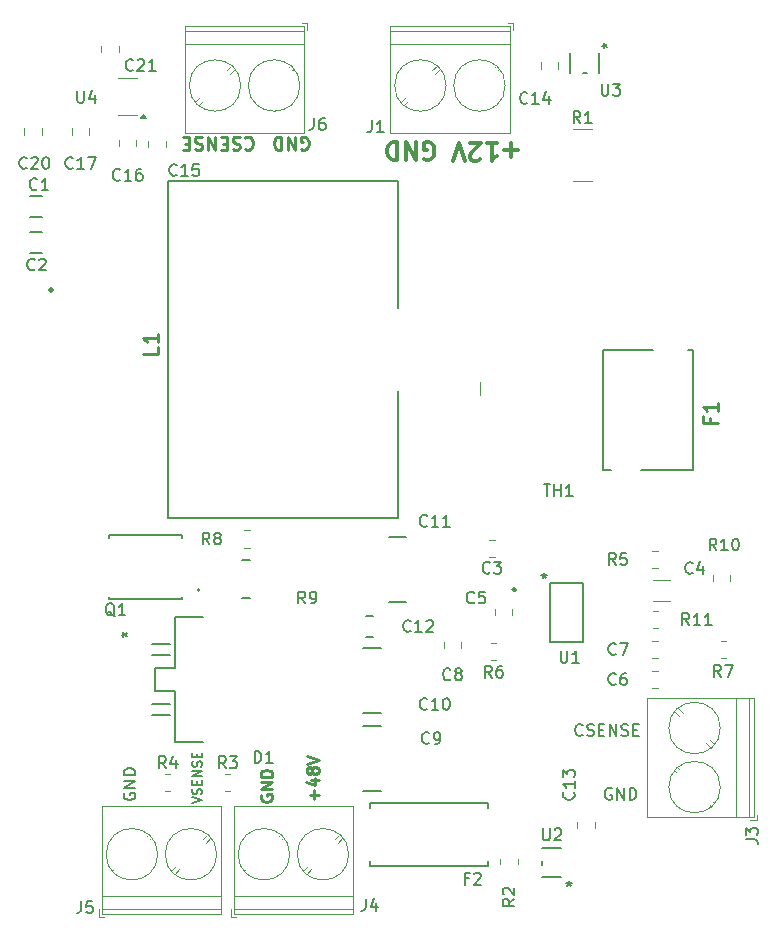
<source format=gbr>
%TF.GenerationSoftware,KiCad,Pcbnew,8.0.4*%
%TF.CreationDate,2025-06-08T20:42:27-04:00*%
%TF.ProjectId,12V-48V_Boost_Board,3132562d-3438-4565-9f42-6f6f73745f42,rev?*%
%TF.SameCoordinates,Original*%
%TF.FileFunction,Legend,Top*%
%TF.FilePolarity,Positive*%
%FSLAX46Y46*%
G04 Gerber Fmt 4.6, Leading zero omitted, Abs format (unit mm)*
G04 Created by KiCad (PCBNEW 8.0.4) date 2025-06-08 20:42:27*
%MOMM*%
%LPD*%
G01*
G04 APERTURE LIST*
%ADD10C,0.300000*%
%ADD11C,0.200000*%
%ADD12C,0.250000*%
%ADD13C,0.275000*%
%ADD14C,0.150000*%
%ADD15C,0.254000*%
%ADD16C,0.152400*%
%ADD17C,0.120000*%
%ADD18C,0.127000*%
G04 APERTURE END LIST*
D10*
X143125939Y-80327742D02*
X143268797Y-80399171D01*
X143268797Y-80399171D02*
X143483082Y-80399171D01*
X143483082Y-80399171D02*
X143697368Y-80327742D01*
X143697368Y-80327742D02*
X143840225Y-80184885D01*
X143840225Y-80184885D02*
X143911654Y-80042028D01*
X143911654Y-80042028D02*
X143983082Y-79756314D01*
X143983082Y-79756314D02*
X143983082Y-79542028D01*
X143983082Y-79542028D02*
X143911654Y-79256314D01*
X143911654Y-79256314D02*
X143840225Y-79113457D01*
X143840225Y-79113457D02*
X143697368Y-78970600D01*
X143697368Y-78970600D02*
X143483082Y-78899171D01*
X143483082Y-78899171D02*
X143340225Y-78899171D01*
X143340225Y-78899171D02*
X143125939Y-78970600D01*
X143125939Y-78970600D02*
X143054511Y-79042028D01*
X143054511Y-79042028D02*
X143054511Y-79542028D01*
X143054511Y-79542028D02*
X143340225Y-79542028D01*
X142411654Y-78899171D02*
X142411654Y-80399171D01*
X142411654Y-80399171D02*
X141554511Y-78899171D01*
X141554511Y-78899171D02*
X141554511Y-80399171D01*
X140840225Y-78899171D02*
X140840225Y-80399171D01*
X140840225Y-80399171D02*
X140483082Y-80399171D01*
X140483082Y-80399171D02*
X140268796Y-80327742D01*
X140268796Y-80327742D02*
X140125939Y-80184885D01*
X140125939Y-80184885D02*
X140054510Y-80042028D01*
X140054510Y-80042028D02*
X139983082Y-79756314D01*
X139983082Y-79756314D02*
X139983082Y-79542028D01*
X139983082Y-79542028D02*
X140054510Y-79256314D01*
X140054510Y-79256314D02*
X140125939Y-79113457D01*
X140125939Y-79113457D02*
X140268796Y-78970600D01*
X140268796Y-78970600D02*
X140483082Y-78899171D01*
X140483082Y-78899171D02*
X140840225Y-78899171D01*
D11*
X123491695Y-134850626D02*
X124291695Y-134583959D01*
X124291695Y-134583959D02*
X123491695Y-134317293D01*
X124253600Y-134088722D02*
X124291695Y-133974436D01*
X124291695Y-133974436D02*
X124291695Y-133783960D01*
X124291695Y-133783960D02*
X124253600Y-133707769D01*
X124253600Y-133707769D02*
X124215504Y-133669674D01*
X124215504Y-133669674D02*
X124139314Y-133631579D01*
X124139314Y-133631579D02*
X124063123Y-133631579D01*
X124063123Y-133631579D02*
X123986933Y-133669674D01*
X123986933Y-133669674D02*
X123948838Y-133707769D01*
X123948838Y-133707769D02*
X123910742Y-133783960D01*
X123910742Y-133783960D02*
X123872647Y-133936341D01*
X123872647Y-133936341D02*
X123834552Y-134012531D01*
X123834552Y-134012531D02*
X123796457Y-134050626D01*
X123796457Y-134050626D02*
X123720266Y-134088722D01*
X123720266Y-134088722D02*
X123644076Y-134088722D01*
X123644076Y-134088722D02*
X123567885Y-134050626D01*
X123567885Y-134050626D02*
X123529790Y-134012531D01*
X123529790Y-134012531D02*
X123491695Y-133936341D01*
X123491695Y-133936341D02*
X123491695Y-133745864D01*
X123491695Y-133745864D02*
X123529790Y-133631579D01*
X123872647Y-133288721D02*
X123872647Y-133022055D01*
X124291695Y-132907769D02*
X124291695Y-133288721D01*
X124291695Y-133288721D02*
X123491695Y-133288721D01*
X123491695Y-133288721D02*
X123491695Y-132907769D01*
X124291695Y-132564911D02*
X123491695Y-132564911D01*
X123491695Y-132564911D02*
X124291695Y-132107768D01*
X124291695Y-132107768D02*
X123491695Y-132107768D01*
X124253600Y-131764912D02*
X124291695Y-131650626D01*
X124291695Y-131650626D02*
X124291695Y-131460150D01*
X124291695Y-131460150D02*
X124253600Y-131383959D01*
X124253600Y-131383959D02*
X124215504Y-131345864D01*
X124215504Y-131345864D02*
X124139314Y-131307769D01*
X124139314Y-131307769D02*
X124063123Y-131307769D01*
X124063123Y-131307769D02*
X123986933Y-131345864D01*
X123986933Y-131345864D02*
X123948838Y-131383959D01*
X123948838Y-131383959D02*
X123910742Y-131460150D01*
X123910742Y-131460150D02*
X123872647Y-131612531D01*
X123872647Y-131612531D02*
X123834552Y-131688721D01*
X123834552Y-131688721D02*
X123796457Y-131726816D01*
X123796457Y-131726816D02*
X123720266Y-131764912D01*
X123720266Y-131764912D02*
X123644076Y-131764912D01*
X123644076Y-131764912D02*
X123567885Y-131726816D01*
X123567885Y-131726816D02*
X123529790Y-131688721D01*
X123529790Y-131688721D02*
X123491695Y-131612531D01*
X123491695Y-131612531D02*
X123491695Y-131422054D01*
X123491695Y-131422054D02*
X123529790Y-131307769D01*
X123872647Y-130964911D02*
X123872647Y-130698245D01*
X124291695Y-130583959D02*
X124291695Y-130964911D01*
X124291695Y-130964911D02*
X123491695Y-130964911D01*
X123491695Y-130964911D02*
X123491695Y-130583959D01*
X117714838Y-134017292D02*
X117667219Y-134112530D01*
X117667219Y-134112530D02*
X117667219Y-134255387D01*
X117667219Y-134255387D02*
X117714838Y-134398244D01*
X117714838Y-134398244D02*
X117810076Y-134493482D01*
X117810076Y-134493482D02*
X117905314Y-134541101D01*
X117905314Y-134541101D02*
X118095790Y-134588720D01*
X118095790Y-134588720D02*
X118238647Y-134588720D01*
X118238647Y-134588720D02*
X118429123Y-134541101D01*
X118429123Y-134541101D02*
X118524361Y-134493482D01*
X118524361Y-134493482D02*
X118619600Y-134398244D01*
X118619600Y-134398244D02*
X118667219Y-134255387D01*
X118667219Y-134255387D02*
X118667219Y-134160149D01*
X118667219Y-134160149D02*
X118619600Y-134017292D01*
X118619600Y-134017292D02*
X118571980Y-133969673D01*
X118571980Y-133969673D02*
X118238647Y-133969673D01*
X118238647Y-133969673D02*
X118238647Y-134160149D01*
X118667219Y-133541101D02*
X117667219Y-133541101D01*
X117667219Y-133541101D02*
X118667219Y-132969673D01*
X118667219Y-132969673D02*
X117667219Y-132969673D01*
X118667219Y-132493482D02*
X117667219Y-132493482D01*
X117667219Y-132493482D02*
X117667219Y-132255387D01*
X117667219Y-132255387D02*
X117714838Y-132112530D01*
X117714838Y-132112530D02*
X117810076Y-132017292D01*
X117810076Y-132017292D02*
X117905314Y-131969673D01*
X117905314Y-131969673D02*
X118095790Y-131922054D01*
X118095790Y-131922054D02*
X118238647Y-131922054D01*
X118238647Y-131922054D02*
X118429123Y-131969673D01*
X118429123Y-131969673D02*
X118524361Y-132017292D01*
X118524361Y-132017292D02*
X118619600Y-132112530D01*
X118619600Y-132112530D02*
X118667219Y-132255387D01*
X118667219Y-132255387D02*
X118667219Y-132493482D01*
D12*
X129312238Y-134150187D02*
X129264619Y-134245425D01*
X129264619Y-134245425D02*
X129264619Y-134388282D01*
X129264619Y-134388282D02*
X129312238Y-134531139D01*
X129312238Y-134531139D02*
X129407476Y-134626377D01*
X129407476Y-134626377D02*
X129502714Y-134673996D01*
X129502714Y-134673996D02*
X129693190Y-134721615D01*
X129693190Y-134721615D02*
X129836047Y-134721615D01*
X129836047Y-134721615D02*
X130026523Y-134673996D01*
X130026523Y-134673996D02*
X130121761Y-134626377D01*
X130121761Y-134626377D02*
X130217000Y-134531139D01*
X130217000Y-134531139D02*
X130264619Y-134388282D01*
X130264619Y-134388282D02*
X130264619Y-134293044D01*
X130264619Y-134293044D02*
X130217000Y-134150187D01*
X130217000Y-134150187D02*
X130169380Y-134102568D01*
X130169380Y-134102568D02*
X129836047Y-134102568D01*
X129836047Y-134102568D02*
X129836047Y-134293044D01*
X130264619Y-133673996D02*
X129264619Y-133673996D01*
X129264619Y-133673996D02*
X130264619Y-133102568D01*
X130264619Y-133102568D02*
X129264619Y-133102568D01*
X130264619Y-132626377D02*
X129264619Y-132626377D01*
X129264619Y-132626377D02*
X129264619Y-132388282D01*
X129264619Y-132388282D02*
X129312238Y-132245425D01*
X129312238Y-132245425D02*
X129407476Y-132150187D01*
X129407476Y-132150187D02*
X129502714Y-132102568D01*
X129502714Y-132102568D02*
X129693190Y-132054949D01*
X129693190Y-132054949D02*
X129836047Y-132054949D01*
X129836047Y-132054949D02*
X130026523Y-132102568D01*
X130026523Y-132102568D02*
X130121761Y-132150187D01*
X130121761Y-132150187D02*
X130217000Y-132245425D01*
X130217000Y-132245425D02*
X130264619Y-132388282D01*
X130264619Y-132388282D02*
X130264619Y-132626377D01*
X133783666Y-134526377D02*
X133783666Y-133764473D01*
X134164619Y-134145425D02*
X133402714Y-134145425D01*
X133497952Y-132859711D02*
X134164619Y-132859711D01*
X133117000Y-133097806D02*
X133831285Y-133335901D01*
X133831285Y-133335901D02*
X133831285Y-132716854D01*
X133593190Y-132193044D02*
X133545571Y-132288282D01*
X133545571Y-132288282D02*
X133497952Y-132335901D01*
X133497952Y-132335901D02*
X133402714Y-132383520D01*
X133402714Y-132383520D02*
X133355095Y-132383520D01*
X133355095Y-132383520D02*
X133259857Y-132335901D01*
X133259857Y-132335901D02*
X133212238Y-132288282D01*
X133212238Y-132288282D02*
X133164619Y-132193044D01*
X133164619Y-132193044D02*
X133164619Y-132002568D01*
X133164619Y-132002568D02*
X133212238Y-131907330D01*
X133212238Y-131907330D02*
X133259857Y-131859711D01*
X133259857Y-131859711D02*
X133355095Y-131812092D01*
X133355095Y-131812092D02*
X133402714Y-131812092D01*
X133402714Y-131812092D02*
X133497952Y-131859711D01*
X133497952Y-131859711D02*
X133545571Y-131907330D01*
X133545571Y-131907330D02*
X133593190Y-132002568D01*
X133593190Y-132002568D02*
X133593190Y-132193044D01*
X133593190Y-132193044D02*
X133640809Y-132288282D01*
X133640809Y-132288282D02*
X133688428Y-132335901D01*
X133688428Y-132335901D02*
X133783666Y-132383520D01*
X133783666Y-132383520D02*
X133974142Y-132383520D01*
X133974142Y-132383520D02*
X134069380Y-132335901D01*
X134069380Y-132335901D02*
X134117000Y-132288282D01*
X134117000Y-132288282D02*
X134164619Y-132193044D01*
X134164619Y-132193044D02*
X134164619Y-132002568D01*
X134164619Y-132002568D02*
X134117000Y-131907330D01*
X134117000Y-131907330D02*
X134069380Y-131859711D01*
X134069380Y-131859711D02*
X133974142Y-131812092D01*
X133974142Y-131812092D02*
X133783666Y-131812092D01*
X133783666Y-131812092D02*
X133688428Y-131859711D01*
X133688428Y-131859711D02*
X133640809Y-131907330D01*
X133640809Y-131907330D02*
X133593190Y-132002568D01*
X133164619Y-131526377D02*
X134164619Y-131193044D01*
X134164619Y-131193044D02*
X133164619Y-130859711D01*
D11*
X158982707Y-133614838D02*
X158887469Y-133567219D01*
X158887469Y-133567219D02*
X158744612Y-133567219D01*
X158744612Y-133567219D02*
X158601755Y-133614838D01*
X158601755Y-133614838D02*
X158506517Y-133710076D01*
X158506517Y-133710076D02*
X158458898Y-133805314D01*
X158458898Y-133805314D02*
X158411279Y-133995790D01*
X158411279Y-133995790D02*
X158411279Y-134138647D01*
X158411279Y-134138647D02*
X158458898Y-134329123D01*
X158458898Y-134329123D02*
X158506517Y-134424361D01*
X158506517Y-134424361D02*
X158601755Y-134519600D01*
X158601755Y-134519600D02*
X158744612Y-134567219D01*
X158744612Y-134567219D02*
X158839850Y-134567219D01*
X158839850Y-134567219D02*
X158982707Y-134519600D01*
X158982707Y-134519600D02*
X159030326Y-134471980D01*
X159030326Y-134471980D02*
X159030326Y-134138647D01*
X159030326Y-134138647D02*
X158839850Y-134138647D01*
X159458898Y-134567219D02*
X159458898Y-133567219D01*
X159458898Y-133567219D02*
X160030326Y-134567219D01*
X160030326Y-134567219D02*
X160030326Y-133567219D01*
X160506517Y-134567219D02*
X160506517Y-133567219D01*
X160506517Y-133567219D02*
X160744612Y-133567219D01*
X160744612Y-133567219D02*
X160887469Y-133614838D01*
X160887469Y-133614838D02*
X160982707Y-133710076D01*
X160982707Y-133710076D02*
X161030326Y-133805314D01*
X161030326Y-133805314D02*
X161077945Y-133995790D01*
X161077945Y-133995790D02*
X161077945Y-134138647D01*
X161077945Y-134138647D02*
X161030326Y-134329123D01*
X161030326Y-134329123D02*
X160982707Y-134424361D01*
X160982707Y-134424361D02*
X160887469Y-134519600D01*
X160887469Y-134519600D02*
X160744612Y-134567219D01*
X160744612Y-134567219D02*
X160506517Y-134567219D01*
X156516040Y-129062036D02*
X156468421Y-129109656D01*
X156468421Y-129109656D02*
X156325564Y-129157275D01*
X156325564Y-129157275D02*
X156230326Y-129157275D01*
X156230326Y-129157275D02*
X156087469Y-129109656D01*
X156087469Y-129109656D02*
X155992231Y-129014417D01*
X155992231Y-129014417D02*
X155944612Y-128919179D01*
X155944612Y-128919179D02*
X155896993Y-128728703D01*
X155896993Y-128728703D02*
X155896993Y-128585846D01*
X155896993Y-128585846D02*
X155944612Y-128395370D01*
X155944612Y-128395370D02*
X155992231Y-128300132D01*
X155992231Y-128300132D02*
X156087469Y-128204894D01*
X156087469Y-128204894D02*
X156230326Y-128157275D01*
X156230326Y-128157275D02*
X156325564Y-128157275D01*
X156325564Y-128157275D02*
X156468421Y-128204894D01*
X156468421Y-128204894D02*
X156516040Y-128252513D01*
X156896993Y-129109656D02*
X157039850Y-129157275D01*
X157039850Y-129157275D02*
X157277945Y-129157275D01*
X157277945Y-129157275D02*
X157373183Y-129109656D01*
X157373183Y-129109656D02*
X157420802Y-129062036D01*
X157420802Y-129062036D02*
X157468421Y-128966798D01*
X157468421Y-128966798D02*
X157468421Y-128871560D01*
X157468421Y-128871560D02*
X157420802Y-128776322D01*
X157420802Y-128776322D02*
X157373183Y-128728703D01*
X157373183Y-128728703D02*
X157277945Y-128681084D01*
X157277945Y-128681084D02*
X157087469Y-128633465D01*
X157087469Y-128633465D02*
X156992231Y-128585846D01*
X156992231Y-128585846D02*
X156944612Y-128538227D01*
X156944612Y-128538227D02*
X156896993Y-128442989D01*
X156896993Y-128442989D02*
X156896993Y-128347751D01*
X156896993Y-128347751D02*
X156944612Y-128252513D01*
X156944612Y-128252513D02*
X156992231Y-128204894D01*
X156992231Y-128204894D02*
X157087469Y-128157275D01*
X157087469Y-128157275D02*
X157325564Y-128157275D01*
X157325564Y-128157275D02*
X157468421Y-128204894D01*
X157896993Y-128633465D02*
X158230326Y-128633465D01*
X158373183Y-129157275D02*
X157896993Y-129157275D01*
X157896993Y-129157275D02*
X157896993Y-128157275D01*
X157896993Y-128157275D02*
X158373183Y-128157275D01*
X158801755Y-129157275D02*
X158801755Y-128157275D01*
X158801755Y-128157275D02*
X159373183Y-129157275D01*
X159373183Y-129157275D02*
X159373183Y-128157275D01*
X159801755Y-129109656D02*
X159944612Y-129157275D01*
X159944612Y-129157275D02*
X160182707Y-129157275D01*
X160182707Y-129157275D02*
X160277945Y-129109656D01*
X160277945Y-129109656D02*
X160325564Y-129062036D01*
X160325564Y-129062036D02*
X160373183Y-128966798D01*
X160373183Y-128966798D02*
X160373183Y-128871560D01*
X160373183Y-128871560D02*
X160325564Y-128776322D01*
X160325564Y-128776322D02*
X160277945Y-128728703D01*
X160277945Y-128728703D02*
X160182707Y-128681084D01*
X160182707Y-128681084D02*
X159992231Y-128633465D01*
X159992231Y-128633465D02*
X159896993Y-128585846D01*
X159896993Y-128585846D02*
X159849374Y-128538227D01*
X159849374Y-128538227D02*
X159801755Y-128442989D01*
X159801755Y-128442989D02*
X159801755Y-128347751D01*
X159801755Y-128347751D02*
X159849374Y-128252513D01*
X159849374Y-128252513D02*
X159896993Y-128204894D01*
X159896993Y-128204894D02*
X159992231Y-128157275D01*
X159992231Y-128157275D02*
X160230326Y-128157275D01*
X160230326Y-128157275D02*
X160373183Y-128204894D01*
X160801755Y-128633465D02*
X161135088Y-128633465D01*
X161277945Y-129157275D02*
X160801755Y-129157275D01*
X160801755Y-129157275D02*
X160801755Y-128157275D01*
X160801755Y-128157275D02*
X161277945Y-128157275D01*
D13*
X127928539Y-78553680D02*
X127980920Y-78501300D01*
X127980920Y-78501300D02*
X128138063Y-78448919D01*
X128138063Y-78448919D02*
X128242825Y-78448919D01*
X128242825Y-78448919D02*
X128399968Y-78501300D01*
X128399968Y-78501300D02*
X128504730Y-78606061D01*
X128504730Y-78606061D02*
X128557111Y-78710823D01*
X128557111Y-78710823D02*
X128609492Y-78920347D01*
X128609492Y-78920347D02*
X128609492Y-79077490D01*
X128609492Y-79077490D02*
X128557111Y-79287014D01*
X128557111Y-79287014D02*
X128504730Y-79391776D01*
X128504730Y-79391776D02*
X128399968Y-79496538D01*
X128399968Y-79496538D02*
X128242825Y-79548919D01*
X128242825Y-79548919D02*
X128138063Y-79548919D01*
X128138063Y-79548919D02*
X127980920Y-79496538D01*
X127980920Y-79496538D02*
X127928539Y-79444157D01*
X127509492Y-78501300D02*
X127352349Y-78448919D01*
X127352349Y-78448919D02*
X127090444Y-78448919D01*
X127090444Y-78448919D02*
X126985682Y-78501300D01*
X126985682Y-78501300D02*
X126933301Y-78553680D01*
X126933301Y-78553680D02*
X126880920Y-78658442D01*
X126880920Y-78658442D02*
X126880920Y-78763204D01*
X126880920Y-78763204D02*
X126933301Y-78867966D01*
X126933301Y-78867966D02*
X126985682Y-78920347D01*
X126985682Y-78920347D02*
X127090444Y-78972728D01*
X127090444Y-78972728D02*
X127299968Y-79025109D01*
X127299968Y-79025109D02*
X127404730Y-79077490D01*
X127404730Y-79077490D02*
X127457111Y-79129871D01*
X127457111Y-79129871D02*
X127509492Y-79234633D01*
X127509492Y-79234633D02*
X127509492Y-79339395D01*
X127509492Y-79339395D02*
X127457111Y-79444157D01*
X127457111Y-79444157D02*
X127404730Y-79496538D01*
X127404730Y-79496538D02*
X127299968Y-79548919D01*
X127299968Y-79548919D02*
X127038063Y-79548919D01*
X127038063Y-79548919D02*
X126880920Y-79496538D01*
X126409492Y-79025109D02*
X126042825Y-79025109D01*
X125885682Y-78448919D02*
X126409492Y-78448919D01*
X126409492Y-78448919D02*
X126409492Y-79548919D01*
X126409492Y-79548919D02*
X125885682Y-79548919D01*
X125414254Y-78448919D02*
X125414254Y-79548919D01*
X125414254Y-79548919D02*
X124785682Y-78448919D01*
X124785682Y-78448919D02*
X124785682Y-79548919D01*
X124314254Y-78501300D02*
X124157111Y-78448919D01*
X124157111Y-78448919D02*
X123895206Y-78448919D01*
X123895206Y-78448919D02*
X123790444Y-78501300D01*
X123790444Y-78501300D02*
X123738063Y-78553680D01*
X123738063Y-78553680D02*
X123685682Y-78658442D01*
X123685682Y-78658442D02*
X123685682Y-78763204D01*
X123685682Y-78763204D02*
X123738063Y-78867966D01*
X123738063Y-78867966D02*
X123790444Y-78920347D01*
X123790444Y-78920347D02*
X123895206Y-78972728D01*
X123895206Y-78972728D02*
X124104730Y-79025109D01*
X124104730Y-79025109D02*
X124209492Y-79077490D01*
X124209492Y-79077490D02*
X124261873Y-79129871D01*
X124261873Y-79129871D02*
X124314254Y-79234633D01*
X124314254Y-79234633D02*
X124314254Y-79339395D01*
X124314254Y-79339395D02*
X124261873Y-79444157D01*
X124261873Y-79444157D02*
X124209492Y-79496538D01*
X124209492Y-79496538D02*
X124104730Y-79548919D01*
X124104730Y-79548919D02*
X123842825Y-79548919D01*
X123842825Y-79548919D02*
X123685682Y-79496538D01*
X123214254Y-79025109D02*
X122847587Y-79025109D01*
X122690444Y-78448919D02*
X123214254Y-78448919D01*
X123214254Y-78448919D02*
X123214254Y-79548919D01*
X123214254Y-79548919D02*
X122690444Y-79548919D01*
X132695206Y-79496538D02*
X132799968Y-79548919D01*
X132799968Y-79548919D02*
X132957111Y-79548919D01*
X132957111Y-79548919D02*
X133114254Y-79496538D01*
X133114254Y-79496538D02*
X133219016Y-79391776D01*
X133219016Y-79391776D02*
X133271397Y-79287014D01*
X133271397Y-79287014D02*
X133323778Y-79077490D01*
X133323778Y-79077490D02*
X133323778Y-78920347D01*
X133323778Y-78920347D02*
X133271397Y-78710823D01*
X133271397Y-78710823D02*
X133219016Y-78606061D01*
X133219016Y-78606061D02*
X133114254Y-78501300D01*
X133114254Y-78501300D02*
X132957111Y-78448919D01*
X132957111Y-78448919D02*
X132852349Y-78448919D01*
X132852349Y-78448919D02*
X132695206Y-78501300D01*
X132695206Y-78501300D02*
X132642825Y-78553680D01*
X132642825Y-78553680D02*
X132642825Y-78920347D01*
X132642825Y-78920347D02*
X132852349Y-78920347D01*
X132171397Y-78448919D02*
X132171397Y-79548919D01*
X132171397Y-79548919D02*
X131542825Y-78448919D01*
X131542825Y-78448919D02*
X131542825Y-79548919D01*
X131019016Y-78448919D02*
X131019016Y-79548919D01*
X131019016Y-79548919D02*
X130757111Y-79548919D01*
X130757111Y-79548919D02*
X130599968Y-79496538D01*
X130599968Y-79496538D02*
X130495206Y-79391776D01*
X130495206Y-79391776D02*
X130442825Y-79287014D01*
X130442825Y-79287014D02*
X130390444Y-79077490D01*
X130390444Y-79077490D02*
X130390444Y-78920347D01*
X130390444Y-78920347D02*
X130442825Y-78710823D01*
X130442825Y-78710823D02*
X130495206Y-78606061D01*
X130495206Y-78606061D02*
X130599968Y-78501300D01*
X130599968Y-78501300D02*
X130757111Y-78448919D01*
X130757111Y-78448919D02*
X131019016Y-78448919D01*
D10*
X151040224Y-79570600D02*
X149897367Y-79570600D01*
X150468795Y-78999171D02*
X150468795Y-80142028D01*
X148397366Y-78999171D02*
X149254509Y-78999171D01*
X148825938Y-78999171D02*
X148825938Y-80499171D01*
X148825938Y-80499171D02*
X148968795Y-80284885D01*
X148968795Y-80284885D02*
X149111652Y-80142028D01*
X149111652Y-80142028D02*
X149254509Y-80070600D01*
X147825938Y-80356314D02*
X147754510Y-80427742D01*
X147754510Y-80427742D02*
X147611653Y-80499171D01*
X147611653Y-80499171D02*
X147254510Y-80499171D01*
X147254510Y-80499171D02*
X147111653Y-80427742D01*
X147111653Y-80427742D02*
X147040224Y-80356314D01*
X147040224Y-80356314D02*
X146968795Y-80213457D01*
X146968795Y-80213457D02*
X146968795Y-80070600D01*
X146968795Y-80070600D02*
X147040224Y-79856314D01*
X147040224Y-79856314D02*
X147897367Y-78999171D01*
X147897367Y-78999171D02*
X146968795Y-78999171D01*
X146540224Y-80499171D02*
X146040224Y-78999171D01*
X146040224Y-78999171D02*
X145540224Y-80499171D01*
D14*
X153279636Y-115369819D02*
X153279636Y-115607914D01*
X153041541Y-115512676D02*
X153279636Y-115607914D01*
X153279636Y-115607914D02*
X153517731Y-115512676D01*
X153136779Y-115798390D02*
X153279636Y-115607914D01*
X153279636Y-115607914D02*
X153422493Y-115798390D01*
X128761905Y-131454819D02*
X128761905Y-130454819D01*
X128761905Y-130454819D02*
X129000000Y-130454819D01*
X129000000Y-130454819D02*
X129142857Y-130502438D01*
X129142857Y-130502438D02*
X129238095Y-130597676D01*
X129238095Y-130597676D02*
X129285714Y-130692914D01*
X129285714Y-130692914D02*
X129333333Y-130883390D01*
X129333333Y-130883390D02*
X129333333Y-131026247D01*
X129333333Y-131026247D02*
X129285714Y-131216723D01*
X129285714Y-131216723D02*
X129238095Y-131311961D01*
X129238095Y-131311961D02*
X129142857Y-131407200D01*
X129142857Y-131407200D02*
X129000000Y-131454819D01*
X129000000Y-131454819D02*
X128761905Y-131454819D01*
X130285714Y-131454819D02*
X129714286Y-131454819D01*
X130000000Y-131454819D02*
X130000000Y-130454819D01*
X130000000Y-130454819D02*
X129904762Y-130597676D01*
X129904762Y-130597676D02*
X129809524Y-130692914D01*
X129809524Y-130692914D02*
X129714286Y-130740533D01*
X117491021Y-120594199D02*
X117729116Y-120594199D01*
X117633878Y-120832294D02*
X117729116Y-120594199D01*
X117729116Y-120594199D02*
X117633878Y-120356104D01*
X117919592Y-120737056D02*
X117729116Y-120594199D01*
X117729116Y-120594199D02*
X117919592Y-120451342D01*
X116904761Y-119050057D02*
X116809523Y-119002438D01*
X116809523Y-119002438D02*
X116714285Y-118907200D01*
X116714285Y-118907200D02*
X116571428Y-118764342D01*
X116571428Y-118764342D02*
X116476190Y-118716723D01*
X116476190Y-118716723D02*
X116380952Y-118716723D01*
X116428571Y-118954819D02*
X116333333Y-118907200D01*
X116333333Y-118907200D02*
X116238095Y-118811961D01*
X116238095Y-118811961D02*
X116190476Y-118621485D01*
X116190476Y-118621485D02*
X116190476Y-118288152D01*
X116190476Y-118288152D02*
X116238095Y-118097676D01*
X116238095Y-118097676D02*
X116333333Y-118002438D01*
X116333333Y-118002438D02*
X116428571Y-117954819D01*
X116428571Y-117954819D02*
X116619047Y-117954819D01*
X116619047Y-117954819D02*
X116714285Y-118002438D01*
X116714285Y-118002438D02*
X116809523Y-118097676D01*
X116809523Y-118097676D02*
X116857142Y-118288152D01*
X116857142Y-118288152D02*
X116857142Y-118621485D01*
X116857142Y-118621485D02*
X116809523Y-118811961D01*
X116809523Y-118811961D02*
X116714285Y-118907200D01*
X116714285Y-118907200D02*
X116619047Y-118954819D01*
X116619047Y-118954819D02*
X116428571Y-118954819D01*
X117809523Y-118954819D02*
X117238095Y-118954819D01*
X117523809Y-118954819D02*
X117523809Y-117954819D01*
X117523809Y-117954819D02*
X117428571Y-118097676D01*
X117428571Y-118097676D02*
X117333333Y-118192914D01*
X117333333Y-118192914D02*
X117238095Y-118240533D01*
X118457142Y-72759580D02*
X118409523Y-72807200D01*
X118409523Y-72807200D02*
X118266666Y-72854819D01*
X118266666Y-72854819D02*
X118171428Y-72854819D01*
X118171428Y-72854819D02*
X118028571Y-72807200D01*
X118028571Y-72807200D02*
X117933333Y-72711961D01*
X117933333Y-72711961D02*
X117885714Y-72616723D01*
X117885714Y-72616723D02*
X117838095Y-72426247D01*
X117838095Y-72426247D02*
X117838095Y-72283390D01*
X117838095Y-72283390D02*
X117885714Y-72092914D01*
X117885714Y-72092914D02*
X117933333Y-71997676D01*
X117933333Y-71997676D02*
X118028571Y-71902438D01*
X118028571Y-71902438D02*
X118171428Y-71854819D01*
X118171428Y-71854819D02*
X118266666Y-71854819D01*
X118266666Y-71854819D02*
X118409523Y-71902438D01*
X118409523Y-71902438D02*
X118457142Y-71950057D01*
X118838095Y-71950057D02*
X118885714Y-71902438D01*
X118885714Y-71902438D02*
X118980952Y-71854819D01*
X118980952Y-71854819D02*
X119219047Y-71854819D01*
X119219047Y-71854819D02*
X119314285Y-71902438D01*
X119314285Y-71902438D02*
X119361904Y-71950057D01*
X119361904Y-71950057D02*
X119409523Y-72045295D01*
X119409523Y-72045295D02*
X119409523Y-72140533D01*
X119409523Y-72140533D02*
X119361904Y-72283390D01*
X119361904Y-72283390D02*
X118790476Y-72854819D01*
X118790476Y-72854819D02*
X119409523Y-72854819D01*
X120361904Y-72854819D02*
X119790476Y-72854819D01*
X120076190Y-72854819D02*
X120076190Y-71854819D01*
X120076190Y-71854819D02*
X119980952Y-71997676D01*
X119980952Y-71997676D02*
X119885714Y-72092914D01*
X119885714Y-72092914D02*
X119790476Y-72140533D01*
X109457142Y-81059580D02*
X109409523Y-81107200D01*
X109409523Y-81107200D02*
X109266666Y-81154819D01*
X109266666Y-81154819D02*
X109171428Y-81154819D01*
X109171428Y-81154819D02*
X109028571Y-81107200D01*
X109028571Y-81107200D02*
X108933333Y-81011961D01*
X108933333Y-81011961D02*
X108885714Y-80916723D01*
X108885714Y-80916723D02*
X108838095Y-80726247D01*
X108838095Y-80726247D02*
X108838095Y-80583390D01*
X108838095Y-80583390D02*
X108885714Y-80392914D01*
X108885714Y-80392914D02*
X108933333Y-80297676D01*
X108933333Y-80297676D02*
X109028571Y-80202438D01*
X109028571Y-80202438D02*
X109171428Y-80154819D01*
X109171428Y-80154819D02*
X109266666Y-80154819D01*
X109266666Y-80154819D02*
X109409523Y-80202438D01*
X109409523Y-80202438D02*
X109457142Y-80250057D01*
X109838095Y-80250057D02*
X109885714Y-80202438D01*
X109885714Y-80202438D02*
X109980952Y-80154819D01*
X109980952Y-80154819D02*
X110219047Y-80154819D01*
X110219047Y-80154819D02*
X110314285Y-80202438D01*
X110314285Y-80202438D02*
X110361904Y-80250057D01*
X110361904Y-80250057D02*
X110409523Y-80345295D01*
X110409523Y-80345295D02*
X110409523Y-80440533D01*
X110409523Y-80440533D02*
X110361904Y-80583390D01*
X110361904Y-80583390D02*
X109790476Y-81154819D01*
X109790476Y-81154819D02*
X110409523Y-81154819D01*
X111028571Y-80154819D02*
X111123809Y-80154819D01*
X111123809Y-80154819D02*
X111219047Y-80202438D01*
X111219047Y-80202438D02*
X111266666Y-80250057D01*
X111266666Y-80250057D02*
X111314285Y-80345295D01*
X111314285Y-80345295D02*
X111361904Y-80535771D01*
X111361904Y-80535771D02*
X111361904Y-80773866D01*
X111361904Y-80773866D02*
X111314285Y-80964342D01*
X111314285Y-80964342D02*
X111266666Y-81059580D01*
X111266666Y-81059580D02*
X111219047Y-81107200D01*
X111219047Y-81107200D02*
X111123809Y-81154819D01*
X111123809Y-81154819D02*
X111028571Y-81154819D01*
X111028571Y-81154819D02*
X110933333Y-81107200D01*
X110933333Y-81107200D02*
X110885714Y-81059580D01*
X110885714Y-81059580D02*
X110838095Y-80964342D01*
X110838095Y-80964342D02*
X110790476Y-80773866D01*
X110790476Y-80773866D02*
X110790476Y-80535771D01*
X110790476Y-80535771D02*
X110838095Y-80345295D01*
X110838095Y-80345295D02*
X110885714Y-80250057D01*
X110885714Y-80250057D02*
X110933333Y-80202438D01*
X110933333Y-80202438D02*
X111028571Y-80154819D01*
X113357142Y-81059580D02*
X113309523Y-81107200D01*
X113309523Y-81107200D02*
X113166666Y-81154819D01*
X113166666Y-81154819D02*
X113071428Y-81154819D01*
X113071428Y-81154819D02*
X112928571Y-81107200D01*
X112928571Y-81107200D02*
X112833333Y-81011961D01*
X112833333Y-81011961D02*
X112785714Y-80916723D01*
X112785714Y-80916723D02*
X112738095Y-80726247D01*
X112738095Y-80726247D02*
X112738095Y-80583390D01*
X112738095Y-80583390D02*
X112785714Y-80392914D01*
X112785714Y-80392914D02*
X112833333Y-80297676D01*
X112833333Y-80297676D02*
X112928571Y-80202438D01*
X112928571Y-80202438D02*
X113071428Y-80154819D01*
X113071428Y-80154819D02*
X113166666Y-80154819D01*
X113166666Y-80154819D02*
X113309523Y-80202438D01*
X113309523Y-80202438D02*
X113357142Y-80250057D01*
X114309523Y-81154819D02*
X113738095Y-81154819D01*
X114023809Y-81154819D02*
X114023809Y-80154819D01*
X114023809Y-80154819D02*
X113928571Y-80297676D01*
X113928571Y-80297676D02*
X113833333Y-80392914D01*
X113833333Y-80392914D02*
X113738095Y-80440533D01*
X114642857Y-80154819D02*
X115309523Y-80154819D01*
X115309523Y-80154819D02*
X114880952Y-81154819D01*
X117357142Y-82059580D02*
X117309523Y-82107200D01*
X117309523Y-82107200D02*
X117166666Y-82154819D01*
X117166666Y-82154819D02*
X117071428Y-82154819D01*
X117071428Y-82154819D02*
X116928571Y-82107200D01*
X116928571Y-82107200D02*
X116833333Y-82011961D01*
X116833333Y-82011961D02*
X116785714Y-81916723D01*
X116785714Y-81916723D02*
X116738095Y-81726247D01*
X116738095Y-81726247D02*
X116738095Y-81583390D01*
X116738095Y-81583390D02*
X116785714Y-81392914D01*
X116785714Y-81392914D02*
X116833333Y-81297676D01*
X116833333Y-81297676D02*
X116928571Y-81202438D01*
X116928571Y-81202438D02*
X117071428Y-81154819D01*
X117071428Y-81154819D02*
X117166666Y-81154819D01*
X117166666Y-81154819D02*
X117309523Y-81202438D01*
X117309523Y-81202438D02*
X117357142Y-81250057D01*
X118309523Y-82154819D02*
X117738095Y-82154819D01*
X118023809Y-82154819D02*
X118023809Y-81154819D01*
X118023809Y-81154819D02*
X117928571Y-81297676D01*
X117928571Y-81297676D02*
X117833333Y-81392914D01*
X117833333Y-81392914D02*
X117738095Y-81440533D01*
X119166666Y-81154819D02*
X118976190Y-81154819D01*
X118976190Y-81154819D02*
X118880952Y-81202438D01*
X118880952Y-81202438D02*
X118833333Y-81250057D01*
X118833333Y-81250057D02*
X118738095Y-81392914D01*
X118738095Y-81392914D02*
X118690476Y-81583390D01*
X118690476Y-81583390D02*
X118690476Y-81964342D01*
X118690476Y-81964342D02*
X118738095Y-82059580D01*
X118738095Y-82059580D02*
X118785714Y-82107200D01*
X118785714Y-82107200D02*
X118880952Y-82154819D01*
X118880952Y-82154819D02*
X119071428Y-82154819D01*
X119071428Y-82154819D02*
X119166666Y-82107200D01*
X119166666Y-82107200D02*
X119214285Y-82059580D01*
X119214285Y-82059580D02*
X119261904Y-81964342D01*
X119261904Y-81964342D02*
X119261904Y-81726247D01*
X119261904Y-81726247D02*
X119214285Y-81631009D01*
X119214285Y-81631009D02*
X119166666Y-81583390D01*
X119166666Y-81583390D02*
X119071428Y-81535771D01*
X119071428Y-81535771D02*
X118880952Y-81535771D01*
X118880952Y-81535771D02*
X118785714Y-81583390D01*
X118785714Y-81583390D02*
X118738095Y-81631009D01*
X118738095Y-81631009D02*
X118690476Y-81726247D01*
X148833333Y-124232819D02*
X148500000Y-123756628D01*
X148261905Y-124232819D02*
X148261905Y-123232819D01*
X148261905Y-123232819D02*
X148642857Y-123232819D01*
X148642857Y-123232819D02*
X148738095Y-123280438D01*
X148738095Y-123280438D02*
X148785714Y-123328057D01*
X148785714Y-123328057D02*
X148833333Y-123423295D01*
X148833333Y-123423295D02*
X148833333Y-123566152D01*
X148833333Y-123566152D02*
X148785714Y-123661390D01*
X148785714Y-123661390D02*
X148738095Y-123709009D01*
X148738095Y-123709009D02*
X148642857Y-123756628D01*
X148642857Y-123756628D02*
X148261905Y-123756628D01*
X149690476Y-123232819D02*
X149500000Y-123232819D01*
X149500000Y-123232819D02*
X149404762Y-123280438D01*
X149404762Y-123280438D02*
X149357143Y-123328057D01*
X149357143Y-123328057D02*
X149261905Y-123470914D01*
X149261905Y-123470914D02*
X149214286Y-123661390D01*
X149214286Y-123661390D02*
X149214286Y-124042342D01*
X149214286Y-124042342D02*
X149261905Y-124137580D01*
X149261905Y-124137580D02*
X149309524Y-124185200D01*
X149309524Y-124185200D02*
X149404762Y-124232819D01*
X149404762Y-124232819D02*
X149595238Y-124232819D01*
X149595238Y-124232819D02*
X149690476Y-124185200D01*
X149690476Y-124185200D02*
X149738095Y-124137580D01*
X149738095Y-124137580D02*
X149785714Y-124042342D01*
X149785714Y-124042342D02*
X149785714Y-123804247D01*
X149785714Y-123804247D02*
X149738095Y-123709009D01*
X149738095Y-123709009D02*
X149690476Y-123661390D01*
X149690476Y-123661390D02*
X149595238Y-123613771D01*
X149595238Y-123613771D02*
X149404762Y-123613771D01*
X149404762Y-123613771D02*
X149309524Y-123661390D01*
X149309524Y-123661390D02*
X149261905Y-123709009D01*
X149261905Y-123709009D02*
X149214286Y-123804247D01*
X133033333Y-117954819D02*
X132700000Y-117478628D01*
X132461905Y-117954819D02*
X132461905Y-116954819D01*
X132461905Y-116954819D02*
X132842857Y-116954819D01*
X132842857Y-116954819D02*
X132938095Y-117002438D01*
X132938095Y-117002438D02*
X132985714Y-117050057D01*
X132985714Y-117050057D02*
X133033333Y-117145295D01*
X133033333Y-117145295D02*
X133033333Y-117288152D01*
X133033333Y-117288152D02*
X132985714Y-117383390D01*
X132985714Y-117383390D02*
X132938095Y-117431009D01*
X132938095Y-117431009D02*
X132842857Y-117478628D01*
X132842857Y-117478628D02*
X132461905Y-117478628D01*
X133509524Y-117954819D02*
X133700000Y-117954819D01*
X133700000Y-117954819D02*
X133795238Y-117907200D01*
X133795238Y-117907200D02*
X133842857Y-117859580D01*
X133842857Y-117859580D02*
X133938095Y-117716723D01*
X133938095Y-117716723D02*
X133985714Y-117526247D01*
X133985714Y-117526247D02*
X133985714Y-117145295D01*
X133985714Y-117145295D02*
X133938095Y-117050057D01*
X133938095Y-117050057D02*
X133890476Y-117002438D01*
X133890476Y-117002438D02*
X133795238Y-116954819D01*
X133795238Y-116954819D02*
X133604762Y-116954819D01*
X133604762Y-116954819D02*
X133509524Y-117002438D01*
X133509524Y-117002438D02*
X133461905Y-117050057D01*
X133461905Y-117050057D02*
X133414286Y-117145295D01*
X133414286Y-117145295D02*
X133414286Y-117383390D01*
X133414286Y-117383390D02*
X133461905Y-117478628D01*
X133461905Y-117478628D02*
X133509524Y-117526247D01*
X133509524Y-117526247D02*
X133604762Y-117573866D01*
X133604762Y-117573866D02*
X133795238Y-117573866D01*
X133795238Y-117573866D02*
X133890476Y-117526247D01*
X133890476Y-117526247D02*
X133938095Y-117478628D01*
X133938095Y-117478628D02*
X133985714Y-117383390D01*
X138166666Y-142954819D02*
X138166666Y-143669104D01*
X138166666Y-143669104D02*
X138119047Y-143811961D01*
X138119047Y-143811961D02*
X138023809Y-143907200D01*
X138023809Y-143907200D02*
X137880952Y-143954819D01*
X137880952Y-143954819D02*
X137785714Y-143954819D01*
X139071428Y-143288152D02*
X139071428Y-143954819D01*
X138833333Y-142907200D02*
X138595238Y-143621485D01*
X138595238Y-143621485D02*
X139214285Y-143621485D01*
X145333333Y-124359580D02*
X145285714Y-124407200D01*
X145285714Y-124407200D02*
X145142857Y-124454819D01*
X145142857Y-124454819D02*
X145047619Y-124454819D01*
X145047619Y-124454819D02*
X144904762Y-124407200D01*
X144904762Y-124407200D02*
X144809524Y-124311961D01*
X144809524Y-124311961D02*
X144761905Y-124216723D01*
X144761905Y-124216723D02*
X144714286Y-124026247D01*
X144714286Y-124026247D02*
X144714286Y-123883390D01*
X144714286Y-123883390D02*
X144761905Y-123692914D01*
X144761905Y-123692914D02*
X144809524Y-123597676D01*
X144809524Y-123597676D02*
X144904762Y-123502438D01*
X144904762Y-123502438D02*
X145047619Y-123454819D01*
X145047619Y-123454819D02*
X145142857Y-123454819D01*
X145142857Y-123454819D02*
X145285714Y-123502438D01*
X145285714Y-123502438D02*
X145333333Y-123550057D01*
X145904762Y-123883390D02*
X145809524Y-123835771D01*
X145809524Y-123835771D02*
X145761905Y-123788152D01*
X145761905Y-123788152D02*
X145714286Y-123692914D01*
X145714286Y-123692914D02*
X145714286Y-123645295D01*
X145714286Y-123645295D02*
X145761905Y-123550057D01*
X145761905Y-123550057D02*
X145809524Y-123502438D01*
X145809524Y-123502438D02*
X145904762Y-123454819D01*
X145904762Y-123454819D02*
X146095238Y-123454819D01*
X146095238Y-123454819D02*
X146190476Y-123502438D01*
X146190476Y-123502438D02*
X146238095Y-123550057D01*
X146238095Y-123550057D02*
X146285714Y-123645295D01*
X146285714Y-123645295D02*
X146285714Y-123692914D01*
X146285714Y-123692914D02*
X146238095Y-123788152D01*
X146238095Y-123788152D02*
X146190476Y-123835771D01*
X146190476Y-123835771D02*
X146095238Y-123883390D01*
X146095238Y-123883390D02*
X145904762Y-123883390D01*
X145904762Y-123883390D02*
X145809524Y-123931009D01*
X145809524Y-123931009D02*
X145761905Y-123978628D01*
X145761905Y-123978628D02*
X145714286Y-124073866D01*
X145714286Y-124073866D02*
X145714286Y-124264342D01*
X145714286Y-124264342D02*
X145761905Y-124359580D01*
X145761905Y-124359580D02*
X145809524Y-124407200D01*
X145809524Y-124407200D02*
X145904762Y-124454819D01*
X145904762Y-124454819D02*
X146095238Y-124454819D01*
X146095238Y-124454819D02*
X146190476Y-124407200D01*
X146190476Y-124407200D02*
X146238095Y-124359580D01*
X146238095Y-124359580D02*
X146285714Y-124264342D01*
X146285714Y-124264342D02*
X146285714Y-124073866D01*
X146285714Y-124073866D02*
X146238095Y-123978628D01*
X146238095Y-123978628D02*
X146190476Y-123931009D01*
X146190476Y-123931009D02*
X146095238Y-123883390D01*
X156333333Y-77274819D02*
X156000000Y-76798628D01*
X155761905Y-77274819D02*
X155761905Y-76274819D01*
X155761905Y-76274819D02*
X156142857Y-76274819D01*
X156142857Y-76274819D02*
X156238095Y-76322438D01*
X156238095Y-76322438D02*
X156285714Y-76370057D01*
X156285714Y-76370057D02*
X156333333Y-76465295D01*
X156333333Y-76465295D02*
X156333333Y-76608152D01*
X156333333Y-76608152D02*
X156285714Y-76703390D01*
X156285714Y-76703390D02*
X156238095Y-76751009D01*
X156238095Y-76751009D02*
X156142857Y-76798628D01*
X156142857Y-76798628D02*
X155761905Y-76798628D01*
X157285714Y-77274819D02*
X156714286Y-77274819D01*
X157000000Y-77274819D02*
X157000000Y-76274819D01*
X157000000Y-76274819D02*
X156904762Y-76417676D01*
X156904762Y-76417676D02*
X156809524Y-76512914D01*
X156809524Y-76512914D02*
X156714286Y-76560533D01*
D15*
X120574318Y-96211666D02*
X120574318Y-96816428D01*
X120574318Y-96816428D02*
X119304318Y-96816428D01*
X120574318Y-95123094D02*
X120574318Y-95848809D01*
X120574318Y-95485952D02*
X119304318Y-95485952D01*
X119304318Y-95485952D02*
X119485746Y-95606904D01*
X119485746Y-95606904D02*
X119606699Y-95727856D01*
X119606699Y-95727856D02*
X119667175Y-95848809D01*
D14*
X168235333Y-124152819D02*
X167902000Y-123676628D01*
X167663905Y-124152819D02*
X167663905Y-123152819D01*
X167663905Y-123152819D02*
X168044857Y-123152819D01*
X168044857Y-123152819D02*
X168140095Y-123200438D01*
X168140095Y-123200438D02*
X168187714Y-123248057D01*
X168187714Y-123248057D02*
X168235333Y-123343295D01*
X168235333Y-123343295D02*
X168235333Y-123486152D01*
X168235333Y-123486152D02*
X168187714Y-123581390D01*
X168187714Y-123581390D02*
X168140095Y-123629009D01*
X168140095Y-123629009D02*
X168044857Y-123676628D01*
X168044857Y-123676628D02*
X167663905Y-123676628D01*
X168568667Y-123152819D02*
X169235333Y-123152819D01*
X169235333Y-123152819D02*
X168806762Y-124152819D01*
X110333333Y-82859580D02*
X110285714Y-82907200D01*
X110285714Y-82907200D02*
X110142857Y-82954819D01*
X110142857Y-82954819D02*
X110047619Y-82954819D01*
X110047619Y-82954819D02*
X109904762Y-82907200D01*
X109904762Y-82907200D02*
X109809524Y-82811961D01*
X109809524Y-82811961D02*
X109761905Y-82716723D01*
X109761905Y-82716723D02*
X109714286Y-82526247D01*
X109714286Y-82526247D02*
X109714286Y-82383390D01*
X109714286Y-82383390D02*
X109761905Y-82192914D01*
X109761905Y-82192914D02*
X109809524Y-82097676D01*
X109809524Y-82097676D02*
X109904762Y-82002438D01*
X109904762Y-82002438D02*
X110047619Y-81954819D01*
X110047619Y-81954819D02*
X110142857Y-81954819D01*
X110142857Y-81954819D02*
X110285714Y-82002438D01*
X110285714Y-82002438D02*
X110333333Y-82050057D01*
X111285714Y-82954819D02*
X110714286Y-82954819D01*
X111000000Y-82954819D02*
X111000000Y-81954819D01*
X111000000Y-81954819D02*
X110904762Y-82097676D01*
X110904762Y-82097676D02*
X110809524Y-82192914D01*
X110809524Y-82192914D02*
X110714286Y-82240533D01*
X121229333Y-131900819D02*
X120896000Y-131424628D01*
X120657905Y-131900819D02*
X120657905Y-130900819D01*
X120657905Y-130900819D02*
X121038857Y-130900819D01*
X121038857Y-130900819D02*
X121134095Y-130948438D01*
X121134095Y-130948438D02*
X121181714Y-130996057D01*
X121181714Y-130996057D02*
X121229333Y-131091295D01*
X121229333Y-131091295D02*
X121229333Y-131234152D01*
X121229333Y-131234152D02*
X121181714Y-131329390D01*
X121181714Y-131329390D02*
X121134095Y-131377009D01*
X121134095Y-131377009D02*
X121038857Y-131424628D01*
X121038857Y-131424628D02*
X120657905Y-131424628D01*
X122086476Y-131234152D02*
X122086476Y-131900819D01*
X121848381Y-130853200D02*
X121610286Y-131567485D01*
X121610286Y-131567485D02*
X122229333Y-131567485D01*
X126309333Y-131900819D02*
X125976000Y-131424628D01*
X125737905Y-131900819D02*
X125737905Y-130900819D01*
X125737905Y-130900819D02*
X126118857Y-130900819D01*
X126118857Y-130900819D02*
X126214095Y-130948438D01*
X126214095Y-130948438D02*
X126261714Y-130996057D01*
X126261714Y-130996057D02*
X126309333Y-131091295D01*
X126309333Y-131091295D02*
X126309333Y-131234152D01*
X126309333Y-131234152D02*
X126261714Y-131329390D01*
X126261714Y-131329390D02*
X126214095Y-131377009D01*
X126214095Y-131377009D02*
X126118857Y-131424628D01*
X126118857Y-131424628D02*
X125737905Y-131424628D01*
X126642667Y-130900819D02*
X127261714Y-130900819D01*
X127261714Y-130900819D02*
X126928381Y-131281771D01*
X126928381Y-131281771D02*
X127071238Y-131281771D01*
X127071238Y-131281771D02*
X127166476Y-131329390D01*
X127166476Y-131329390D02*
X127214095Y-131377009D01*
X127214095Y-131377009D02*
X127261714Y-131472247D01*
X127261714Y-131472247D02*
X127261714Y-131710342D01*
X127261714Y-131710342D02*
X127214095Y-131805580D01*
X127214095Y-131805580D02*
X127166476Y-131853200D01*
X127166476Y-131853200D02*
X127071238Y-131900819D01*
X127071238Y-131900819D02*
X126785524Y-131900819D01*
X126785524Y-131900819D02*
X126690286Y-131853200D01*
X126690286Y-131853200D02*
X126642667Y-131805580D01*
X170354819Y-137933333D02*
X171069104Y-137933333D01*
X171069104Y-137933333D02*
X171211961Y-137980952D01*
X171211961Y-137980952D02*
X171307200Y-138076190D01*
X171307200Y-138076190D02*
X171354819Y-138219047D01*
X171354819Y-138219047D02*
X171354819Y-138314285D01*
X170354819Y-137552380D02*
X170354819Y-136933333D01*
X170354819Y-136933333D02*
X170735771Y-137266666D01*
X170735771Y-137266666D02*
X170735771Y-137123809D01*
X170735771Y-137123809D02*
X170783390Y-137028571D01*
X170783390Y-137028571D02*
X170831009Y-136980952D01*
X170831009Y-136980952D02*
X170926247Y-136933333D01*
X170926247Y-136933333D02*
X171164342Y-136933333D01*
X171164342Y-136933333D02*
X171259580Y-136980952D01*
X171259580Y-136980952D02*
X171307200Y-137028571D01*
X171307200Y-137028571D02*
X171354819Y-137123809D01*
X171354819Y-137123809D02*
X171354819Y-137409523D01*
X171354819Y-137409523D02*
X171307200Y-137504761D01*
X171307200Y-137504761D02*
X171259580Y-137552380D01*
X143533333Y-129759580D02*
X143485714Y-129807200D01*
X143485714Y-129807200D02*
X143342857Y-129854819D01*
X143342857Y-129854819D02*
X143247619Y-129854819D01*
X143247619Y-129854819D02*
X143104762Y-129807200D01*
X143104762Y-129807200D02*
X143009524Y-129711961D01*
X143009524Y-129711961D02*
X142961905Y-129616723D01*
X142961905Y-129616723D02*
X142914286Y-129426247D01*
X142914286Y-129426247D02*
X142914286Y-129283390D01*
X142914286Y-129283390D02*
X142961905Y-129092914D01*
X142961905Y-129092914D02*
X143009524Y-128997676D01*
X143009524Y-128997676D02*
X143104762Y-128902438D01*
X143104762Y-128902438D02*
X143247619Y-128854819D01*
X143247619Y-128854819D02*
X143342857Y-128854819D01*
X143342857Y-128854819D02*
X143485714Y-128902438D01*
X143485714Y-128902438D02*
X143533333Y-128950057D01*
X144009524Y-129854819D02*
X144200000Y-129854819D01*
X144200000Y-129854819D02*
X144295238Y-129807200D01*
X144295238Y-129807200D02*
X144342857Y-129759580D01*
X144342857Y-129759580D02*
X144438095Y-129616723D01*
X144438095Y-129616723D02*
X144485714Y-129426247D01*
X144485714Y-129426247D02*
X144485714Y-129045295D01*
X144485714Y-129045295D02*
X144438095Y-128950057D01*
X144438095Y-128950057D02*
X144390476Y-128902438D01*
X144390476Y-128902438D02*
X144295238Y-128854819D01*
X144295238Y-128854819D02*
X144104762Y-128854819D01*
X144104762Y-128854819D02*
X144009524Y-128902438D01*
X144009524Y-128902438D02*
X143961905Y-128950057D01*
X143961905Y-128950057D02*
X143914286Y-129045295D01*
X143914286Y-129045295D02*
X143914286Y-129283390D01*
X143914286Y-129283390D02*
X143961905Y-129378628D01*
X143961905Y-129378628D02*
X144009524Y-129426247D01*
X144009524Y-129426247D02*
X144104762Y-129473866D01*
X144104762Y-129473866D02*
X144295238Y-129473866D01*
X144295238Y-129473866D02*
X144390476Y-129426247D01*
X144390476Y-129426247D02*
X144438095Y-129378628D01*
X144438095Y-129378628D02*
X144485714Y-129283390D01*
X143357142Y-111359580D02*
X143309523Y-111407200D01*
X143309523Y-111407200D02*
X143166666Y-111454819D01*
X143166666Y-111454819D02*
X143071428Y-111454819D01*
X143071428Y-111454819D02*
X142928571Y-111407200D01*
X142928571Y-111407200D02*
X142833333Y-111311961D01*
X142833333Y-111311961D02*
X142785714Y-111216723D01*
X142785714Y-111216723D02*
X142738095Y-111026247D01*
X142738095Y-111026247D02*
X142738095Y-110883390D01*
X142738095Y-110883390D02*
X142785714Y-110692914D01*
X142785714Y-110692914D02*
X142833333Y-110597676D01*
X142833333Y-110597676D02*
X142928571Y-110502438D01*
X142928571Y-110502438D02*
X143071428Y-110454819D01*
X143071428Y-110454819D02*
X143166666Y-110454819D01*
X143166666Y-110454819D02*
X143309523Y-110502438D01*
X143309523Y-110502438D02*
X143357142Y-110550057D01*
X144309523Y-111454819D02*
X143738095Y-111454819D01*
X144023809Y-111454819D02*
X144023809Y-110454819D01*
X144023809Y-110454819D02*
X143928571Y-110597676D01*
X143928571Y-110597676D02*
X143833333Y-110692914D01*
X143833333Y-110692914D02*
X143738095Y-110740533D01*
X145261904Y-111454819D02*
X144690476Y-111454819D01*
X144976190Y-111454819D02*
X144976190Y-110454819D01*
X144976190Y-110454819D02*
X144880952Y-110597676D01*
X144880952Y-110597676D02*
X144785714Y-110692914D01*
X144785714Y-110692914D02*
X144690476Y-110740533D01*
X143357142Y-126859580D02*
X143309523Y-126907200D01*
X143309523Y-126907200D02*
X143166666Y-126954819D01*
X143166666Y-126954819D02*
X143071428Y-126954819D01*
X143071428Y-126954819D02*
X142928571Y-126907200D01*
X142928571Y-126907200D02*
X142833333Y-126811961D01*
X142833333Y-126811961D02*
X142785714Y-126716723D01*
X142785714Y-126716723D02*
X142738095Y-126526247D01*
X142738095Y-126526247D02*
X142738095Y-126383390D01*
X142738095Y-126383390D02*
X142785714Y-126192914D01*
X142785714Y-126192914D02*
X142833333Y-126097676D01*
X142833333Y-126097676D02*
X142928571Y-126002438D01*
X142928571Y-126002438D02*
X143071428Y-125954819D01*
X143071428Y-125954819D02*
X143166666Y-125954819D01*
X143166666Y-125954819D02*
X143309523Y-126002438D01*
X143309523Y-126002438D02*
X143357142Y-126050057D01*
X144309523Y-126954819D02*
X143738095Y-126954819D01*
X144023809Y-126954819D02*
X144023809Y-125954819D01*
X144023809Y-125954819D02*
X143928571Y-126097676D01*
X143928571Y-126097676D02*
X143833333Y-126192914D01*
X143833333Y-126192914D02*
X143738095Y-126240533D01*
X144928571Y-125954819D02*
X145023809Y-125954819D01*
X145023809Y-125954819D02*
X145119047Y-126002438D01*
X145119047Y-126002438D02*
X145166666Y-126050057D01*
X145166666Y-126050057D02*
X145214285Y-126145295D01*
X145214285Y-126145295D02*
X145261904Y-126335771D01*
X145261904Y-126335771D02*
X145261904Y-126573866D01*
X145261904Y-126573866D02*
X145214285Y-126764342D01*
X145214285Y-126764342D02*
X145166666Y-126859580D01*
X145166666Y-126859580D02*
X145119047Y-126907200D01*
X145119047Y-126907200D02*
X145023809Y-126954819D01*
X145023809Y-126954819D02*
X144928571Y-126954819D01*
X144928571Y-126954819D02*
X144833333Y-126907200D01*
X144833333Y-126907200D02*
X144785714Y-126859580D01*
X144785714Y-126859580D02*
X144738095Y-126764342D01*
X144738095Y-126764342D02*
X144690476Y-126573866D01*
X144690476Y-126573866D02*
X144690476Y-126335771D01*
X144690476Y-126335771D02*
X144738095Y-126145295D01*
X144738095Y-126145295D02*
X144785714Y-126050057D01*
X144785714Y-126050057D02*
X144833333Y-126002438D01*
X144833333Y-126002438D02*
X144928571Y-125954819D01*
X147333333Y-117859580D02*
X147285714Y-117907200D01*
X147285714Y-117907200D02*
X147142857Y-117954819D01*
X147142857Y-117954819D02*
X147047619Y-117954819D01*
X147047619Y-117954819D02*
X146904762Y-117907200D01*
X146904762Y-117907200D02*
X146809524Y-117811961D01*
X146809524Y-117811961D02*
X146761905Y-117716723D01*
X146761905Y-117716723D02*
X146714286Y-117526247D01*
X146714286Y-117526247D02*
X146714286Y-117383390D01*
X146714286Y-117383390D02*
X146761905Y-117192914D01*
X146761905Y-117192914D02*
X146809524Y-117097676D01*
X146809524Y-117097676D02*
X146904762Y-117002438D01*
X146904762Y-117002438D02*
X147047619Y-116954819D01*
X147047619Y-116954819D02*
X147142857Y-116954819D01*
X147142857Y-116954819D02*
X147285714Y-117002438D01*
X147285714Y-117002438D02*
X147333333Y-117050057D01*
X148238095Y-116954819D02*
X147761905Y-116954819D01*
X147761905Y-116954819D02*
X147714286Y-117431009D01*
X147714286Y-117431009D02*
X147761905Y-117383390D01*
X147761905Y-117383390D02*
X147857143Y-117335771D01*
X147857143Y-117335771D02*
X148095238Y-117335771D01*
X148095238Y-117335771D02*
X148190476Y-117383390D01*
X148190476Y-117383390D02*
X148238095Y-117431009D01*
X148238095Y-117431009D02*
X148285714Y-117526247D01*
X148285714Y-117526247D02*
X148285714Y-117764342D01*
X148285714Y-117764342D02*
X148238095Y-117859580D01*
X148238095Y-117859580D02*
X148190476Y-117907200D01*
X148190476Y-117907200D02*
X148095238Y-117954819D01*
X148095238Y-117954819D02*
X147857143Y-117954819D01*
X147857143Y-117954819D02*
X147761905Y-117907200D01*
X147761905Y-117907200D02*
X147714286Y-117859580D01*
X165539644Y-119779019D02*
X165206311Y-119302828D01*
X164968216Y-119779019D02*
X164968216Y-118779019D01*
X164968216Y-118779019D02*
X165349168Y-118779019D01*
X165349168Y-118779019D02*
X165444406Y-118826638D01*
X165444406Y-118826638D02*
X165492025Y-118874257D01*
X165492025Y-118874257D02*
X165539644Y-118969495D01*
X165539644Y-118969495D02*
X165539644Y-119112352D01*
X165539644Y-119112352D02*
X165492025Y-119207590D01*
X165492025Y-119207590D02*
X165444406Y-119255209D01*
X165444406Y-119255209D02*
X165349168Y-119302828D01*
X165349168Y-119302828D02*
X164968216Y-119302828D01*
X166492025Y-119779019D02*
X165920597Y-119779019D01*
X166206311Y-119779019D02*
X166206311Y-118779019D01*
X166206311Y-118779019D02*
X166111073Y-118921876D01*
X166111073Y-118921876D02*
X166015835Y-119017114D01*
X166015835Y-119017114D02*
X165920597Y-119064733D01*
X167444406Y-119779019D02*
X166872978Y-119779019D01*
X167158692Y-119779019D02*
X167158692Y-118779019D01*
X167158692Y-118779019D02*
X167063454Y-118921876D01*
X167063454Y-118921876D02*
X166968216Y-119017114D01*
X166968216Y-119017114D02*
X166872978Y-119064733D01*
X159333333Y-124763780D02*
X159285714Y-124811400D01*
X159285714Y-124811400D02*
X159142857Y-124859019D01*
X159142857Y-124859019D02*
X159047619Y-124859019D01*
X159047619Y-124859019D02*
X158904762Y-124811400D01*
X158904762Y-124811400D02*
X158809524Y-124716161D01*
X158809524Y-124716161D02*
X158761905Y-124620923D01*
X158761905Y-124620923D02*
X158714286Y-124430447D01*
X158714286Y-124430447D02*
X158714286Y-124287590D01*
X158714286Y-124287590D02*
X158761905Y-124097114D01*
X158761905Y-124097114D02*
X158809524Y-124001876D01*
X158809524Y-124001876D02*
X158904762Y-123906638D01*
X158904762Y-123906638D02*
X159047619Y-123859019D01*
X159047619Y-123859019D02*
X159142857Y-123859019D01*
X159142857Y-123859019D02*
X159285714Y-123906638D01*
X159285714Y-123906638D02*
X159333333Y-123954257D01*
X160190476Y-123859019D02*
X160000000Y-123859019D01*
X160000000Y-123859019D02*
X159904762Y-123906638D01*
X159904762Y-123906638D02*
X159857143Y-123954257D01*
X159857143Y-123954257D02*
X159761905Y-124097114D01*
X159761905Y-124097114D02*
X159714286Y-124287590D01*
X159714286Y-124287590D02*
X159714286Y-124668542D01*
X159714286Y-124668542D02*
X159761905Y-124763780D01*
X159761905Y-124763780D02*
X159809524Y-124811400D01*
X159809524Y-124811400D02*
X159904762Y-124859019D01*
X159904762Y-124859019D02*
X160095238Y-124859019D01*
X160095238Y-124859019D02*
X160190476Y-124811400D01*
X160190476Y-124811400D02*
X160238095Y-124763780D01*
X160238095Y-124763780D02*
X160285714Y-124668542D01*
X160285714Y-124668542D02*
X160285714Y-124430447D01*
X160285714Y-124430447D02*
X160238095Y-124335209D01*
X160238095Y-124335209D02*
X160190476Y-124287590D01*
X160190476Y-124287590D02*
X160095238Y-124239971D01*
X160095238Y-124239971D02*
X159904762Y-124239971D01*
X159904762Y-124239971D02*
X159809524Y-124287590D01*
X159809524Y-124287590D02*
X159761905Y-124335209D01*
X159761905Y-124335209D02*
X159714286Y-124430447D01*
X133766666Y-76854819D02*
X133766666Y-77569104D01*
X133766666Y-77569104D02*
X133719047Y-77711961D01*
X133719047Y-77711961D02*
X133623809Y-77807200D01*
X133623809Y-77807200D02*
X133480952Y-77854819D01*
X133480952Y-77854819D02*
X133385714Y-77854819D01*
X134671428Y-76854819D02*
X134480952Y-76854819D01*
X134480952Y-76854819D02*
X134385714Y-76902438D01*
X134385714Y-76902438D02*
X134338095Y-76950057D01*
X134338095Y-76950057D02*
X134242857Y-77092914D01*
X134242857Y-77092914D02*
X134195238Y-77283390D01*
X134195238Y-77283390D02*
X134195238Y-77664342D01*
X134195238Y-77664342D02*
X134242857Y-77759580D01*
X134242857Y-77759580D02*
X134290476Y-77807200D01*
X134290476Y-77807200D02*
X134385714Y-77854819D01*
X134385714Y-77854819D02*
X134576190Y-77854819D01*
X134576190Y-77854819D02*
X134671428Y-77807200D01*
X134671428Y-77807200D02*
X134719047Y-77759580D01*
X134719047Y-77759580D02*
X134766666Y-77664342D01*
X134766666Y-77664342D02*
X134766666Y-77426247D01*
X134766666Y-77426247D02*
X134719047Y-77331009D01*
X134719047Y-77331009D02*
X134671428Y-77283390D01*
X134671428Y-77283390D02*
X134576190Y-77235771D01*
X134576190Y-77235771D02*
X134385714Y-77235771D01*
X134385714Y-77235771D02*
X134290476Y-77283390D01*
X134290476Y-77283390D02*
X134242857Y-77331009D01*
X134242857Y-77331009D02*
X134195238Y-77426247D01*
X154663097Y-121954019D02*
X154663097Y-122763542D01*
X154663097Y-122763542D02*
X154710716Y-122858780D01*
X154710716Y-122858780D02*
X154758335Y-122906400D01*
X154758335Y-122906400D02*
X154853573Y-122954019D01*
X154853573Y-122954019D02*
X155044049Y-122954019D01*
X155044049Y-122954019D02*
X155139287Y-122906400D01*
X155139287Y-122906400D02*
X155186906Y-122858780D01*
X155186906Y-122858780D02*
X155234525Y-122763542D01*
X155234525Y-122763542D02*
X155234525Y-121954019D01*
X156234525Y-122954019D02*
X155663097Y-122954019D01*
X155948811Y-122954019D02*
X155948811Y-121954019D01*
X155948811Y-121954019D02*
X155853573Y-122096876D01*
X155853573Y-122096876D02*
X155758335Y-122192114D01*
X155758335Y-122192114D02*
X155663097Y-122239733D01*
X110133333Y-89659580D02*
X110085714Y-89707200D01*
X110085714Y-89707200D02*
X109942857Y-89754819D01*
X109942857Y-89754819D02*
X109847619Y-89754819D01*
X109847619Y-89754819D02*
X109704762Y-89707200D01*
X109704762Y-89707200D02*
X109609524Y-89611961D01*
X109609524Y-89611961D02*
X109561905Y-89516723D01*
X109561905Y-89516723D02*
X109514286Y-89326247D01*
X109514286Y-89326247D02*
X109514286Y-89183390D01*
X109514286Y-89183390D02*
X109561905Y-88992914D01*
X109561905Y-88992914D02*
X109609524Y-88897676D01*
X109609524Y-88897676D02*
X109704762Y-88802438D01*
X109704762Y-88802438D02*
X109847619Y-88754819D01*
X109847619Y-88754819D02*
X109942857Y-88754819D01*
X109942857Y-88754819D02*
X110085714Y-88802438D01*
X110085714Y-88802438D02*
X110133333Y-88850057D01*
X110514286Y-88850057D02*
X110561905Y-88802438D01*
X110561905Y-88802438D02*
X110657143Y-88754819D01*
X110657143Y-88754819D02*
X110895238Y-88754819D01*
X110895238Y-88754819D02*
X110990476Y-88802438D01*
X110990476Y-88802438D02*
X111038095Y-88850057D01*
X111038095Y-88850057D02*
X111085714Y-88945295D01*
X111085714Y-88945295D02*
X111085714Y-89040533D01*
X111085714Y-89040533D02*
X111038095Y-89183390D01*
X111038095Y-89183390D02*
X110466667Y-89754819D01*
X110466667Y-89754819D02*
X111085714Y-89754819D01*
X141957142Y-120259580D02*
X141909523Y-120307200D01*
X141909523Y-120307200D02*
X141766666Y-120354819D01*
X141766666Y-120354819D02*
X141671428Y-120354819D01*
X141671428Y-120354819D02*
X141528571Y-120307200D01*
X141528571Y-120307200D02*
X141433333Y-120211961D01*
X141433333Y-120211961D02*
X141385714Y-120116723D01*
X141385714Y-120116723D02*
X141338095Y-119926247D01*
X141338095Y-119926247D02*
X141338095Y-119783390D01*
X141338095Y-119783390D02*
X141385714Y-119592914D01*
X141385714Y-119592914D02*
X141433333Y-119497676D01*
X141433333Y-119497676D02*
X141528571Y-119402438D01*
X141528571Y-119402438D02*
X141671428Y-119354819D01*
X141671428Y-119354819D02*
X141766666Y-119354819D01*
X141766666Y-119354819D02*
X141909523Y-119402438D01*
X141909523Y-119402438D02*
X141957142Y-119450057D01*
X142909523Y-120354819D02*
X142338095Y-120354819D01*
X142623809Y-120354819D02*
X142623809Y-119354819D01*
X142623809Y-119354819D02*
X142528571Y-119497676D01*
X142528571Y-119497676D02*
X142433333Y-119592914D01*
X142433333Y-119592914D02*
X142338095Y-119640533D01*
X143290476Y-119450057D02*
X143338095Y-119402438D01*
X143338095Y-119402438D02*
X143433333Y-119354819D01*
X143433333Y-119354819D02*
X143671428Y-119354819D01*
X143671428Y-119354819D02*
X143766666Y-119402438D01*
X143766666Y-119402438D02*
X143814285Y-119450057D01*
X143814285Y-119450057D02*
X143861904Y-119545295D01*
X143861904Y-119545295D02*
X143861904Y-119640533D01*
X143861904Y-119640533D02*
X143814285Y-119783390D01*
X143814285Y-119783390D02*
X143242857Y-120354819D01*
X143242857Y-120354819D02*
X143861904Y-120354819D01*
X159333333Y-122223780D02*
X159285714Y-122271400D01*
X159285714Y-122271400D02*
X159142857Y-122319019D01*
X159142857Y-122319019D02*
X159047619Y-122319019D01*
X159047619Y-122319019D02*
X158904762Y-122271400D01*
X158904762Y-122271400D02*
X158809524Y-122176161D01*
X158809524Y-122176161D02*
X158761905Y-122080923D01*
X158761905Y-122080923D02*
X158714286Y-121890447D01*
X158714286Y-121890447D02*
X158714286Y-121747590D01*
X158714286Y-121747590D02*
X158761905Y-121557114D01*
X158761905Y-121557114D02*
X158809524Y-121461876D01*
X158809524Y-121461876D02*
X158904762Y-121366638D01*
X158904762Y-121366638D02*
X159047619Y-121319019D01*
X159047619Y-121319019D02*
X159142857Y-121319019D01*
X159142857Y-121319019D02*
X159285714Y-121366638D01*
X159285714Y-121366638D02*
X159333333Y-121414257D01*
X159666667Y-121319019D02*
X160333333Y-121319019D01*
X160333333Y-121319019D02*
X159904762Y-122319019D01*
X148677333Y-115323580D02*
X148629714Y-115371200D01*
X148629714Y-115371200D02*
X148486857Y-115418819D01*
X148486857Y-115418819D02*
X148391619Y-115418819D01*
X148391619Y-115418819D02*
X148248762Y-115371200D01*
X148248762Y-115371200D02*
X148153524Y-115275961D01*
X148153524Y-115275961D02*
X148105905Y-115180723D01*
X148105905Y-115180723D02*
X148058286Y-114990247D01*
X148058286Y-114990247D02*
X148058286Y-114847390D01*
X148058286Y-114847390D02*
X148105905Y-114656914D01*
X148105905Y-114656914D02*
X148153524Y-114561676D01*
X148153524Y-114561676D02*
X148248762Y-114466438D01*
X148248762Y-114466438D02*
X148391619Y-114418819D01*
X148391619Y-114418819D02*
X148486857Y-114418819D01*
X148486857Y-114418819D02*
X148629714Y-114466438D01*
X148629714Y-114466438D02*
X148677333Y-114514057D01*
X149010667Y-114418819D02*
X149629714Y-114418819D01*
X149629714Y-114418819D02*
X149296381Y-114799771D01*
X149296381Y-114799771D02*
X149439238Y-114799771D01*
X149439238Y-114799771D02*
X149534476Y-114847390D01*
X149534476Y-114847390D02*
X149582095Y-114895009D01*
X149582095Y-114895009D02*
X149629714Y-114990247D01*
X149629714Y-114990247D02*
X149629714Y-115228342D01*
X149629714Y-115228342D02*
X149582095Y-115323580D01*
X149582095Y-115323580D02*
X149534476Y-115371200D01*
X149534476Y-115371200D02*
X149439238Y-115418819D01*
X149439238Y-115418819D02*
X149153524Y-115418819D01*
X149153524Y-115418819D02*
X149058286Y-115371200D01*
X149058286Y-115371200D02*
X149010667Y-115323580D01*
X165833333Y-115349580D02*
X165785714Y-115397200D01*
X165785714Y-115397200D02*
X165642857Y-115444819D01*
X165642857Y-115444819D02*
X165547619Y-115444819D01*
X165547619Y-115444819D02*
X165404762Y-115397200D01*
X165404762Y-115397200D02*
X165309524Y-115301961D01*
X165309524Y-115301961D02*
X165261905Y-115206723D01*
X165261905Y-115206723D02*
X165214286Y-115016247D01*
X165214286Y-115016247D02*
X165214286Y-114873390D01*
X165214286Y-114873390D02*
X165261905Y-114682914D01*
X165261905Y-114682914D02*
X165309524Y-114587676D01*
X165309524Y-114587676D02*
X165404762Y-114492438D01*
X165404762Y-114492438D02*
X165547619Y-114444819D01*
X165547619Y-114444819D02*
X165642857Y-114444819D01*
X165642857Y-114444819D02*
X165785714Y-114492438D01*
X165785714Y-114492438D02*
X165833333Y-114540057D01*
X166690476Y-114778152D02*
X166690476Y-115444819D01*
X166452381Y-114397200D02*
X166214286Y-115111485D01*
X166214286Y-115111485D02*
X166833333Y-115111485D01*
X150754819Y-142966666D02*
X150278628Y-143299999D01*
X150754819Y-143538094D02*
X149754819Y-143538094D01*
X149754819Y-143538094D02*
X149754819Y-143157142D01*
X149754819Y-143157142D02*
X149802438Y-143061904D01*
X149802438Y-143061904D02*
X149850057Y-143014285D01*
X149850057Y-143014285D02*
X149945295Y-142966666D01*
X149945295Y-142966666D02*
X150088152Y-142966666D01*
X150088152Y-142966666D02*
X150183390Y-143014285D01*
X150183390Y-143014285D02*
X150231009Y-143061904D01*
X150231009Y-143061904D02*
X150278628Y-143157142D01*
X150278628Y-143157142D02*
X150278628Y-143538094D01*
X149850057Y-142585713D02*
X149802438Y-142538094D01*
X149802438Y-142538094D02*
X149754819Y-142442856D01*
X149754819Y-142442856D02*
X149754819Y-142204761D01*
X149754819Y-142204761D02*
X149802438Y-142109523D01*
X149802438Y-142109523D02*
X149850057Y-142061904D01*
X149850057Y-142061904D02*
X149945295Y-142014285D01*
X149945295Y-142014285D02*
X150040533Y-142014285D01*
X150040533Y-142014285D02*
X150183390Y-142061904D01*
X150183390Y-142061904D02*
X150754819Y-142633332D01*
X150754819Y-142633332D02*
X150754819Y-142014285D01*
X153214286Y-107854819D02*
X153785714Y-107854819D01*
X153500000Y-108854819D02*
X153500000Y-107854819D01*
X154119048Y-108854819D02*
X154119048Y-107854819D01*
X154119048Y-108331009D02*
X154690476Y-108331009D01*
X154690476Y-108854819D02*
X154690476Y-107854819D01*
X155690476Y-108854819D02*
X155119048Y-108854819D01*
X155404762Y-108854819D02*
X155404762Y-107854819D01*
X155404762Y-107854819D02*
X155309524Y-107997676D01*
X155309524Y-107997676D02*
X155214286Y-108092914D01*
X155214286Y-108092914D02*
X155119048Y-108140533D01*
X159333333Y-114699019D02*
X159000000Y-114222828D01*
X158761905Y-114699019D02*
X158761905Y-113699019D01*
X158761905Y-113699019D02*
X159142857Y-113699019D01*
X159142857Y-113699019D02*
X159238095Y-113746638D01*
X159238095Y-113746638D02*
X159285714Y-113794257D01*
X159285714Y-113794257D02*
X159333333Y-113889495D01*
X159333333Y-113889495D02*
X159333333Y-114032352D01*
X159333333Y-114032352D02*
X159285714Y-114127590D01*
X159285714Y-114127590D02*
X159238095Y-114175209D01*
X159238095Y-114175209D02*
X159142857Y-114222828D01*
X159142857Y-114222828D02*
X158761905Y-114222828D01*
X160238095Y-113699019D02*
X159761905Y-113699019D01*
X159761905Y-113699019D02*
X159714286Y-114175209D01*
X159714286Y-114175209D02*
X159761905Y-114127590D01*
X159761905Y-114127590D02*
X159857143Y-114079971D01*
X159857143Y-114079971D02*
X160095238Y-114079971D01*
X160095238Y-114079971D02*
X160190476Y-114127590D01*
X160190476Y-114127590D02*
X160238095Y-114175209D01*
X160238095Y-114175209D02*
X160285714Y-114270447D01*
X160285714Y-114270447D02*
X160285714Y-114508542D01*
X160285714Y-114508542D02*
X160238095Y-114603780D01*
X160238095Y-114603780D02*
X160190476Y-114651400D01*
X160190476Y-114651400D02*
X160095238Y-114699019D01*
X160095238Y-114699019D02*
X159857143Y-114699019D01*
X159857143Y-114699019D02*
X159761905Y-114651400D01*
X159761905Y-114651400D02*
X159714286Y-114603780D01*
X167857142Y-113454819D02*
X167523809Y-112978628D01*
X167285714Y-113454819D02*
X167285714Y-112454819D01*
X167285714Y-112454819D02*
X167666666Y-112454819D01*
X167666666Y-112454819D02*
X167761904Y-112502438D01*
X167761904Y-112502438D02*
X167809523Y-112550057D01*
X167809523Y-112550057D02*
X167857142Y-112645295D01*
X167857142Y-112645295D02*
X167857142Y-112788152D01*
X167857142Y-112788152D02*
X167809523Y-112883390D01*
X167809523Y-112883390D02*
X167761904Y-112931009D01*
X167761904Y-112931009D02*
X167666666Y-112978628D01*
X167666666Y-112978628D02*
X167285714Y-112978628D01*
X168809523Y-113454819D02*
X168238095Y-113454819D01*
X168523809Y-113454819D02*
X168523809Y-112454819D01*
X168523809Y-112454819D02*
X168428571Y-112597676D01*
X168428571Y-112597676D02*
X168333333Y-112692914D01*
X168333333Y-112692914D02*
X168238095Y-112740533D01*
X169428571Y-112454819D02*
X169523809Y-112454819D01*
X169523809Y-112454819D02*
X169619047Y-112502438D01*
X169619047Y-112502438D02*
X169666666Y-112550057D01*
X169666666Y-112550057D02*
X169714285Y-112645295D01*
X169714285Y-112645295D02*
X169761904Y-112835771D01*
X169761904Y-112835771D02*
X169761904Y-113073866D01*
X169761904Y-113073866D02*
X169714285Y-113264342D01*
X169714285Y-113264342D02*
X169666666Y-113359580D01*
X169666666Y-113359580D02*
X169619047Y-113407200D01*
X169619047Y-113407200D02*
X169523809Y-113454819D01*
X169523809Y-113454819D02*
X169428571Y-113454819D01*
X169428571Y-113454819D02*
X169333333Y-113407200D01*
X169333333Y-113407200D02*
X169285714Y-113359580D01*
X169285714Y-113359580D02*
X169238095Y-113264342D01*
X169238095Y-113264342D02*
X169190476Y-113073866D01*
X169190476Y-113073866D02*
X169190476Y-112835771D01*
X169190476Y-112835771D02*
X169238095Y-112645295D01*
X169238095Y-112645295D02*
X169285714Y-112550057D01*
X169285714Y-112550057D02*
X169333333Y-112502438D01*
X169333333Y-112502438D02*
X169428571Y-112454819D01*
D15*
X167295080Y-102277332D02*
X167295080Y-102700666D01*
X167960318Y-102700666D02*
X166690318Y-102700666D01*
X166690318Y-102700666D02*
X166690318Y-102095904D01*
X167960318Y-100946856D02*
X167960318Y-101672571D01*
X167960318Y-101309714D02*
X166690318Y-101309714D01*
X166690318Y-101309714D02*
X166871746Y-101430666D01*
X166871746Y-101430666D02*
X166992699Y-101551618D01*
X166992699Y-101551618D02*
X167053175Y-101672571D01*
D14*
X124933333Y-112954819D02*
X124600000Y-112478628D01*
X124361905Y-112954819D02*
X124361905Y-111954819D01*
X124361905Y-111954819D02*
X124742857Y-111954819D01*
X124742857Y-111954819D02*
X124838095Y-112002438D01*
X124838095Y-112002438D02*
X124885714Y-112050057D01*
X124885714Y-112050057D02*
X124933333Y-112145295D01*
X124933333Y-112145295D02*
X124933333Y-112288152D01*
X124933333Y-112288152D02*
X124885714Y-112383390D01*
X124885714Y-112383390D02*
X124838095Y-112431009D01*
X124838095Y-112431009D02*
X124742857Y-112478628D01*
X124742857Y-112478628D02*
X124361905Y-112478628D01*
X125504762Y-112383390D02*
X125409524Y-112335771D01*
X125409524Y-112335771D02*
X125361905Y-112288152D01*
X125361905Y-112288152D02*
X125314286Y-112192914D01*
X125314286Y-112192914D02*
X125314286Y-112145295D01*
X125314286Y-112145295D02*
X125361905Y-112050057D01*
X125361905Y-112050057D02*
X125409524Y-112002438D01*
X125409524Y-112002438D02*
X125504762Y-111954819D01*
X125504762Y-111954819D02*
X125695238Y-111954819D01*
X125695238Y-111954819D02*
X125790476Y-112002438D01*
X125790476Y-112002438D02*
X125838095Y-112050057D01*
X125838095Y-112050057D02*
X125885714Y-112145295D01*
X125885714Y-112145295D02*
X125885714Y-112192914D01*
X125885714Y-112192914D02*
X125838095Y-112288152D01*
X125838095Y-112288152D02*
X125790476Y-112335771D01*
X125790476Y-112335771D02*
X125695238Y-112383390D01*
X125695238Y-112383390D02*
X125504762Y-112383390D01*
X125504762Y-112383390D02*
X125409524Y-112431009D01*
X125409524Y-112431009D02*
X125361905Y-112478628D01*
X125361905Y-112478628D02*
X125314286Y-112573866D01*
X125314286Y-112573866D02*
X125314286Y-112764342D01*
X125314286Y-112764342D02*
X125361905Y-112859580D01*
X125361905Y-112859580D02*
X125409524Y-112907200D01*
X125409524Y-112907200D02*
X125504762Y-112954819D01*
X125504762Y-112954819D02*
X125695238Y-112954819D01*
X125695238Y-112954819D02*
X125790476Y-112907200D01*
X125790476Y-112907200D02*
X125838095Y-112859580D01*
X125838095Y-112859580D02*
X125885714Y-112764342D01*
X125885714Y-112764342D02*
X125885714Y-112573866D01*
X125885714Y-112573866D02*
X125838095Y-112478628D01*
X125838095Y-112478628D02*
X125790476Y-112431009D01*
X125790476Y-112431009D02*
X125695238Y-112383390D01*
X151857142Y-75559580D02*
X151809523Y-75607200D01*
X151809523Y-75607200D02*
X151666666Y-75654819D01*
X151666666Y-75654819D02*
X151571428Y-75654819D01*
X151571428Y-75654819D02*
X151428571Y-75607200D01*
X151428571Y-75607200D02*
X151333333Y-75511961D01*
X151333333Y-75511961D02*
X151285714Y-75416723D01*
X151285714Y-75416723D02*
X151238095Y-75226247D01*
X151238095Y-75226247D02*
X151238095Y-75083390D01*
X151238095Y-75083390D02*
X151285714Y-74892914D01*
X151285714Y-74892914D02*
X151333333Y-74797676D01*
X151333333Y-74797676D02*
X151428571Y-74702438D01*
X151428571Y-74702438D02*
X151571428Y-74654819D01*
X151571428Y-74654819D02*
X151666666Y-74654819D01*
X151666666Y-74654819D02*
X151809523Y-74702438D01*
X151809523Y-74702438D02*
X151857142Y-74750057D01*
X152809523Y-75654819D02*
X152238095Y-75654819D01*
X152523809Y-75654819D02*
X152523809Y-74654819D01*
X152523809Y-74654819D02*
X152428571Y-74797676D01*
X152428571Y-74797676D02*
X152333333Y-74892914D01*
X152333333Y-74892914D02*
X152238095Y-74940533D01*
X153666666Y-74988152D02*
X153666666Y-75654819D01*
X153428571Y-74607200D02*
X153190476Y-75321485D01*
X153190476Y-75321485D02*
X153809523Y-75321485D01*
X158138095Y-73954819D02*
X158138095Y-74764342D01*
X158138095Y-74764342D02*
X158185714Y-74859580D01*
X158185714Y-74859580D02*
X158233333Y-74907200D01*
X158233333Y-74907200D02*
X158328571Y-74954819D01*
X158328571Y-74954819D02*
X158519047Y-74954819D01*
X158519047Y-74954819D02*
X158614285Y-74907200D01*
X158614285Y-74907200D02*
X158661904Y-74859580D01*
X158661904Y-74859580D02*
X158709523Y-74764342D01*
X158709523Y-74764342D02*
X158709523Y-73954819D01*
X159090476Y-73954819D02*
X159709523Y-73954819D01*
X159709523Y-73954819D02*
X159376190Y-74335771D01*
X159376190Y-74335771D02*
X159519047Y-74335771D01*
X159519047Y-74335771D02*
X159614285Y-74383390D01*
X159614285Y-74383390D02*
X159661904Y-74431009D01*
X159661904Y-74431009D02*
X159709523Y-74526247D01*
X159709523Y-74526247D02*
X159709523Y-74764342D01*
X159709523Y-74764342D02*
X159661904Y-74859580D01*
X159661904Y-74859580D02*
X159614285Y-74907200D01*
X159614285Y-74907200D02*
X159519047Y-74954819D01*
X159519047Y-74954819D02*
X159233333Y-74954819D01*
X159233333Y-74954819D02*
X159138095Y-74907200D01*
X159138095Y-74907200D02*
X159090476Y-74859580D01*
X158154819Y-70720449D02*
X158392914Y-70720449D01*
X158297676Y-70958544D02*
X158392914Y-70720449D01*
X158392914Y-70720449D02*
X158297676Y-70482354D01*
X158583390Y-70863306D02*
X158392914Y-70720449D01*
X158392914Y-70720449D02*
X158583390Y-70577592D01*
X155759580Y-133942857D02*
X155807200Y-133990476D01*
X155807200Y-133990476D02*
X155854819Y-134133333D01*
X155854819Y-134133333D02*
X155854819Y-134228571D01*
X155854819Y-134228571D02*
X155807200Y-134371428D01*
X155807200Y-134371428D02*
X155711961Y-134466666D01*
X155711961Y-134466666D02*
X155616723Y-134514285D01*
X155616723Y-134514285D02*
X155426247Y-134561904D01*
X155426247Y-134561904D02*
X155283390Y-134561904D01*
X155283390Y-134561904D02*
X155092914Y-134514285D01*
X155092914Y-134514285D02*
X154997676Y-134466666D01*
X154997676Y-134466666D02*
X154902438Y-134371428D01*
X154902438Y-134371428D02*
X154854819Y-134228571D01*
X154854819Y-134228571D02*
X154854819Y-134133333D01*
X154854819Y-134133333D02*
X154902438Y-133990476D01*
X154902438Y-133990476D02*
X154950057Y-133942857D01*
X155854819Y-132990476D02*
X155854819Y-133561904D01*
X155854819Y-133276190D02*
X154854819Y-133276190D01*
X154854819Y-133276190D02*
X154997676Y-133371428D01*
X154997676Y-133371428D02*
X155092914Y-133466666D01*
X155092914Y-133466666D02*
X155140533Y-133561904D01*
X154854819Y-132657142D02*
X154854819Y-132038095D01*
X154854819Y-132038095D02*
X155235771Y-132371428D01*
X155235771Y-132371428D02*
X155235771Y-132228571D01*
X155235771Y-132228571D02*
X155283390Y-132133333D01*
X155283390Y-132133333D02*
X155331009Y-132085714D01*
X155331009Y-132085714D02*
X155426247Y-132038095D01*
X155426247Y-132038095D02*
X155664342Y-132038095D01*
X155664342Y-132038095D02*
X155759580Y-132085714D01*
X155759580Y-132085714D02*
X155807200Y-132133333D01*
X155807200Y-132133333D02*
X155854819Y-132228571D01*
X155854819Y-132228571D02*
X155854819Y-132514285D01*
X155854819Y-132514285D02*
X155807200Y-132609523D01*
X155807200Y-132609523D02*
X155759580Y-132657142D01*
X122157142Y-81659580D02*
X122109523Y-81707200D01*
X122109523Y-81707200D02*
X121966666Y-81754819D01*
X121966666Y-81754819D02*
X121871428Y-81754819D01*
X121871428Y-81754819D02*
X121728571Y-81707200D01*
X121728571Y-81707200D02*
X121633333Y-81611961D01*
X121633333Y-81611961D02*
X121585714Y-81516723D01*
X121585714Y-81516723D02*
X121538095Y-81326247D01*
X121538095Y-81326247D02*
X121538095Y-81183390D01*
X121538095Y-81183390D02*
X121585714Y-80992914D01*
X121585714Y-80992914D02*
X121633333Y-80897676D01*
X121633333Y-80897676D02*
X121728571Y-80802438D01*
X121728571Y-80802438D02*
X121871428Y-80754819D01*
X121871428Y-80754819D02*
X121966666Y-80754819D01*
X121966666Y-80754819D02*
X122109523Y-80802438D01*
X122109523Y-80802438D02*
X122157142Y-80850057D01*
X123109523Y-81754819D02*
X122538095Y-81754819D01*
X122823809Y-81754819D02*
X122823809Y-80754819D01*
X122823809Y-80754819D02*
X122728571Y-80897676D01*
X122728571Y-80897676D02*
X122633333Y-80992914D01*
X122633333Y-80992914D02*
X122538095Y-81040533D01*
X124014285Y-80754819D02*
X123538095Y-80754819D01*
X123538095Y-80754819D02*
X123490476Y-81231009D01*
X123490476Y-81231009D02*
X123538095Y-81183390D01*
X123538095Y-81183390D02*
X123633333Y-81135771D01*
X123633333Y-81135771D02*
X123871428Y-81135771D01*
X123871428Y-81135771D02*
X123966666Y-81183390D01*
X123966666Y-81183390D02*
X124014285Y-81231009D01*
X124014285Y-81231009D02*
X124061904Y-81326247D01*
X124061904Y-81326247D02*
X124061904Y-81564342D01*
X124061904Y-81564342D02*
X124014285Y-81659580D01*
X124014285Y-81659580D02*
X123966666Y-81707200D01*
X123966666Y-81707200D02*
X123871428Y-81754819D01*
X123871428Y-81754819D02*
X123633333Y-81754819D01*
X123633333Y-81754819D02*
X123538095Y-81707200D01*
X123538095Y-81707200D02*
X123490476Y-81659580D01*
X146866666Y-141231009D02*
X146533333Y-141231009D01*
X146533333Y-141754819D02*
X146533333Y-140754819D01*
X146533333Y-140754819D02*
X147009523Y-140754819D01*
X147342857Y-140850057D02*
X147390476Y-140802438D01*
X147390476Y-140802438D02*
X147485714Y-140754819D01*
X147485714Y-140754819D02*
X147723809Y-140754819D01*
X147723809Y-140754819D02*
X147819047Y-140802438D01*
X147819047Y-140802438D02*
X147866666Y-140850057D01*
X147866666Y-140850057D02*
X147914285Y-140945295D01*
X147914285Y-140945295D02*
X147914285Y-141040533D01*
X147914285Y-141040533D02*
X147866666Y-141183390D01*
X147866666Y-141183390D02*
X147295238Y-141754819D01*
X147295238Y-141754819D02*
X147914285Y-141754819D01*
X138666666Y-77054819D02*
X138666666Y-77769104D01*
X138666666Y-77769104D02*
X138619047Y-77911961D01*
X138619047Y-77911961D02*
X138523809Y-78007200D01*
X138523809Y-78007200D02*
X138380952Y-78054819D01*
X138380952Y-78054819D02*
X138285714Y-78054819D01*
X139666666Y-78054819D02*
X139095238Y-78054819D01*
X139380952Y-78054819D02*
X139380952Y-77054819D01*
X139380952Y-77054819D02*
X139285714Y-77197676D01*
X139285714Y-77197676D02*
X139190476Y-77292914D01*
X139190476Y-77292914D02*
X139095238Y-77340533D01*
X113738095Y-74554819D02*
X113738095Y-75364342D01*
X113738095Y-75364342D02*
X113785714Y-75459580D01*
X113785714Y-75459580D02*
X113833333Y-75507200D01*
X113833333Y-75507200D02*
X113928571Y-75554819D01*
X113928571Y-75554819D02*
X114119047Y-75554819D01*
X114119047Y-75554819D02*
X114214285Y-75507200D01*
X114214285Y-75507200D02*
X114261904Y-75459580D01*
X114261904Y-75459580D02*
X114309523Y-75364342D01*
X114309523Y-75364342D02*
X114309523Y-74554819D01*
X115214285Y-74888152D02*
X115214285Y-75554819D01*
X114976190Y-74507200D02*
X114738095Y-75221485D01*
X114738095Y-75221485D02*
X115357142Y-75221485D01*
X114066666Y-143154819D02*
X114066666Y-143869104D01*
X114066666Y-143869104D02*
X114019047Y-144011961D01*
X114019047Y-144011961D02*
X113923809Y-144107200D01*
X113923809Y-144107200D02*
X113780952Y-144154819D01*
X113780952Y-144154819D02*
X113685714Y-144154819D01*
X115019047Y-143154819D02*
X114542857Y-143154819D01*
X114542857Y-143154819D02*
X114495238Y-143631009D01*
X114495238Y-143631009D02*
X114542857Y-143583390D01*
X114542857Y-143583390D02*
X114638095Y-143535771D01*
X114638095Y-143535771D02*
X114876190Y-143535771D01*
X114876190Y-143535771D02*
X114971428Y-143583390D01*
X114971428Y-143583390D02*
X115019047Y-143631009D01*
X115019047Y-143631009D02*
X115066666Y-143726247D01*
X115066666Y-143726247D02*
X115066666Y-143964342D01*
X115066666Y-143964342D02*
X115019047Y-144059580D01*
X115019047Y-144059580D02*
X114971428Y-144107200D01*
X114971428Y-144107200D02*
X114876190Y-144154819D01*
X114876190Y-144154819D02*
X114638095Y-144154819D01*
X114638095Y-144154819D02*
X114542857Y-144107200D01*
X114542857Y-144107200D02*
X114495238Y-144059580D01*
X153163645Y-137004818D02*
X153163645Y-137814341D01*
X153163645Y-137814341D02*
X153211264Y-137909579D01*
X153211264Y-137909579D02*
X153258883Y-137957199D01*
X153258883Y-137957199D02*
X153354121Y-138004818D01*
X153354121Y-138004818D02*
X153544597Y-138004818D01*
X153544597Y-138004818D02*
X153639835Y-137957199D01*
X153639835Y-137957199D02*
X153687454Y-137909579D01*
X153687454Y-137909579D02*
X153735073Y-137814341D01*
X153735073Y-137814341D02*
X153735073Y-137004818D01*
X154163645Y-137100056D02*
X154211264Y-137052437D01*
X154211264Y-137052437D02*
X154306502Y-137004818D01*
X154306502Y-137004818D02*
X154544597Y-137004818D01*
X154544597Y-137004818D02*
X154639835Y-137052437D01*
X154639835Y-137052437D02*
X154687454Y-137100056D01*
X154687454Y-137100056D02*
X154735073Y-137195294D01*
X154735073Y-137195294D02*
X154735073Y-137290532D01*
X154735073Y-137290532D02*
X154687454Y-137433389D01*
X154687454Y-137433389D02*
X154116026Y-138004818D01*
X154116026Y-138004818D02*
X154735073Y-138004818D01*
X155379550Y-141452619D02*
X155379550Y-141690714D01*
X155141455Y-141595476D02*
X155379550Y-141690714D01*
X155379550Y-141690714D02*
X155617645Y-141595476D01*
X155236693Y-141881190D02*
X155379550Y-141690714D01*
X155379550Y-141690714D02*
X155522407Y-141881190D01*
D16*
%TO.C,D1*%
X120296802Y-123426300D02*
X120296802Y-125382100D01*
X120296802Y-125382100D02*
X122049402Y-125382100D01*
X121566802Y-121394300D02*
X120042802Y-121394300D01*
X121566802Y-122334100D02*
X120042802Y-122334100D01*
X121566802Y-126474300D02*
X120042802Y-126474300D01*
X121566802Y-127414100D02*
X120042802Y-127414100D01*
X122049402Y-119133700D02*
X122049402Y-123426300D01*
X122049402Y-123426300D02*
X120296802Y-123426300D01*
X122049402Y-125382100D02*
X122049402Y-129674700D01*
X122049402Y-129674700D02*
X124367105Y-129674700D01*
X124367105Y-119133700D02*
X122049402Y-119133700D01*
%TO.C,Q1*%
X124081402Y-116784200D02*
G75*
G02*
X123929002Y-116784200I-76200J0D01*
G01*
X123929002Y-116784200D02*
G75*
G02*
X124081402Y-116784200I76200J0D01*
G01*
X122582802Y-117558900D02*
X122582802Y-117370940D01*
X122582802Y-112387460D02*
X122582802Y-112199500D01*
X122582802Y-112199500D02*
X116436002Y-112199500D01*
X116436002Y-117558900D02*
X122582802Y-117558900D01*
X116436002Y-117370940D02*
X116436002Y-117558900D01*
X116436002Y-112199500D02*
X116436002Y-112387460D01*
D17*
%TO.C,C21*%
X115765000Y-71261252D02*
X115765000Y-70738748D01*
X117235000Y-71261252D02*
X117235000Y-70738748D01*
%TO.C,C20*%
X110735000Y-77738748D02*
X110735000Y-78261252D01*
X109265000Y-77738748D02*
X109265000Y-78261252D01*
%TO.C,C17*%
X114735000Y-77738748D02*
X114735000Y-78261252D01*
X113265000Y-77738748D02*
X113265000Y-78261252D01*
%TO.C,C16*%
X117265000Y-78738748D02*
X117265000Y-79261252D01*
X118735000Y-78738748D02*
X118735000Y-79261252D01*
%TO.C,R6*%
X149227064Y-121265000D02*
X148772936Y-121265000D01*
X149227064Y-122735000D02*
X148772936Y-122735000D01*
D18*
%TO.C,R9*%
X127706000Y-117490000D02*
X128326000Y-117490000D01*
X127706000Y-114310000D02*
X128326000Y-114310000D01*
D17*
%TO.C,J4*%
X136720000Y-139192000D02*
G75*
G02*
X132360000Y-139192000I-2180000J0D01*
G01*
X132360000Y-139192000D02*
G75*
G02*
X136720000Y-139192000I2180000J0D01*
G01*
X131720000Y-139192000D02*
G75*
G02*
X127360000Y-139192000I-2180000J0D01*
G01*
X127360000Y-139192000D02*
G75*
G02*
X131720000Y-139192000I2180000J0D01*
G01*
X137100000Y-135132000D02*
X137100000Y-144252000D01*
X136194000Y-137804000D02*
X135799000Y-138200000D01*
X135928000Y-137538000D02*
X135548000Y-137918000D01*
X133533000Y-140466000D02*
X133153000Y-140846000D01*
X133282000Y-140184000D02*
X132887000Y-140580000D01*
X131194000Y-137804000D02*
X131087000Y-137911000D01*
X130928000Y-137538000D02*
X130821000Y-137645000D01*
X128258000Y-140739000D02*
X128152000Y-140846000D01*
X127992000Y-140473000D02*
X127886000Y-140580000D01*
X126980000Y-144252000D02*
X137100000Y-144252000D01*
X126980000Y-143792000D02*
X137100000Y-143792000D01*
X126980000Y-142692000D02*
X137100000Y-142692000D01*
X126980000Y-135132000D02*
X137100000Y-135132000D01*
X126980000Y-135132000D02*
X126980000Y-144252000D01*
X126740000Y-144492000D02*
X127140000Y-144492000D01*
X126740000Y-143852000D02*
X126740000Y-144492000D01*
%TO.C,C8*%
X146235000Y-121238748D02*
X146235000Y-121761252D01*
X144765000Y-121238748D02*
X144765000Y-121761252D01*
%TO.C,R1*%
X155702631Y-77790000D02*
X157297369Y-77790000D01*
X155702631Y-82210000D02*
X157297369Y-82210000D01*
D11*
%TO.C,L1*%
X121405002Y-82219200D02*
X140905002Y-82219200D01*
X121405002Y-110719200D02*
X121405002Y-82219200D01*
X140905002Y-82219200D02*
X140905002Y-92969200D01*
X140905002Y-110719200D02*
X121405002Y-110719200D01*
X140905002Y-110719200D02*
X140905002Y-99969200D01*
D15*
X111676002Y-91413200D02*
G75*
G02*
X111346002Y-91413200I-165000J0D01*
G01*
X111346002Y-91413200D02*
G75*
G02*
X111676002Y-91413200I165000J0D01*
G01*
D17*
%TO.C,R7*%
X168225438Y-121129200D02*
X168679566Y-121129200D01*
X168225438Y-122599200D02*
X168679566Y-122599200D01*
D18*
%TO.C,C1*%
X110756000Y-83428000D02*
X109716000Y-83428000D01*
X110756000Y-85228000D02*
X109716000Y-85228000D01*
D17*
%TO.C,R4*%
X121168936Y-132361000D02*
X121623064Y-132361000D01*
X121168936Y-133831000D02*
X121623064Y-133831000D01*
%TO.C,R3*%
X126248936Y-132361000D02*
X126703064Y-132361000D01*
X126248936Y-133831000D02*
X126703064Y-133831000D01*
%TO.C,J3*%
X170660000Y-136300000D02*
X171300000Y-136300000D01*
X171300000Y-136300000D02*
X171300000Y-135900000D01*
X161940000Y-136060000D02*
X171060000Y-136060000D01*
X161940000Y-136060000D02*
X161940000Y-125940000D01*
X169500000Y-136060000D02*
X169500000Y-125940000D01*
X170600000Y-136060000D02*
X170600000Y-125940000D01*
X171060000Y-136060000D02*
X171060000Y-125940000D01*
X167281000Y-135048000D02*
X167388000Y-135154000D01*
X167547000Y-134782000D02*
X167654000Y-134888000D01*
X164346000Y-132112000D02*
X164453000Y-132219000D01*
X164612000Y-131846000D02*
X164719000Y-131953000D01*
X166992000Y-129758000D02*
X167388000Y-130153000D01*
X167274000Y-129507000D02*
X167654000Y-129887000D01*
X164346000Y-127112000D02*
X164726000Y-127492000D01*
X164612000Y-126846000D02*
X165008000Y-127241000D01*
X161940000Y-125940000D02*
X171060000Y-125940000D01*
X168180000Y-133500000D02*
G75*
G02*
X163820000Y-133500000I-2180000J0D01*
G01*
X163820000Y-133500000D02*
G75*
G02*
X168180000Y-133500000I2180000J0D01*
G01*
X168180000Y-128500000D02*
G75*
G02*
X163820000Y-128500000I-2180000J0D01*
G01*
X163820000Y-128500000D02*
G75*
G02*
X168180000Y-128500000I2180000J0D01*
G01*
D18*
%TO.C,C9*%
X137934000Y-128314000D02*
X139434000Y-128314000D01*
X137934000Y-133814000D02*
X139434000Y-133814000D01*
%TO.C,C11*%
X140093000Y-112312000D02*
X141593000Y-112312000D01*
X140093000Y-117812000D02*
X141593000Y-117812000D01*
%TO.C,C10*%
X137934000Y-121710000D02*
X139434000Y-121710000D01*
X137934000Y-127210000D02*
X139434000Y-127210000D01*
D17*
%TO.C,C5*%
X149086970Y-118449448D02*
X149086970Y-118971952D01*
X150556970Y-118449448D02*
X150556970Y-118971952D01*
%TO.C,R11*%
X162452938Y-118589200D02*
X162907066Y-118589200D01*
X162452938Y-120059200D02*
X162907066Y-120059200D01*
%TO.C,C6*%
X162381250Y-123669200D02*
X162903754Y-123669200D01*
X162381250Y-125139200D02*
X162903754Y-125139200D01*
%TO.C,J6*%
X122840000Y-78160000D02*
X122840000Y-69040000D01*
X123746000Y-75488000D02*
X124141000Y-75092000D01*
X124012000Y-75754000D02*
X124392000Y-75374000D01*
X126407000Y-72826000D02*
X126787000Y-72446000D01*
X126658000Y-73108000D02*
X127053000Y-72712000D01*
X128746000Y-75488000D02*
X128853000Y-75381000D01*
X129012000Y-75754000D02*
X129119000Y-75647000D01*
X131682000Y-72553000D02*
X131788000Y-72446000D01*
X131948000Y-72819000D02*
X132054000Y-72712000D01*
X132960000Y-69040000D02*
X122840000Y-69040000D01*
X132960000Y-69500000D02*
X122840000Y-69500000D01*
X132960000Y-70600000D02*
X122840000Y-70600000D01*
X132960000Y-78160000D02*
X122840000Y-78160000D01*
X132960000Y-78160000D02*
X132960000Y-69040000D01*
X133200000Y-68800000D02*
X132800000Y-68800000D01*
X133200000Y-69440000D02*
X133200000Y-68800000D01*
X127580000Y-74100000D02*
G75*
G02*
X123220000Y-74100000I-2180000J0D01*
G01*
X123220000Y-74100000D02*
G75*
G02*
X127580000Y-74100000I2180000J0D01*
G01*
X132580000Y-74100000D02*
G75*
G02*
X128220000Y-74100000I-2180000J0D01*
G01*
X128220000Y-74100000D02*
G75*
G02*
X132580000Y-74100000I2180000J0D01*
G01*
D12*
%TO.C,U1*%
X150850388Y-116784200D02*
G75*
G02*
X150600386Y-116784200I-125001J0D01*
G01*
X150600386Y-116784200D02*
G75*
G02*
X150850388Y-116784200I125001J0D01*
G01*
D14*
X156523054Y-121234201D02*
X156523054Y-116234201D01*
X153727718Y-121234201D02*
X156523054Y-121234201D01*
X153727718Y-121234201D02*
X153727718Y-116234201D01*
X153727718Y-116234201D02*
X156523054Y-116234201D01*
D18*
%TO.C,C2*%
X110756000Y-86476000D02*
X109716000Y-86476000D01*
X110756000Y-88276000D02*
X109716000Y-88276000D01*
%TO.C,C12*%
X138210000Y-118988000D02*
X138790000Y-118988000D01*
X138210000Y-120788000D02*
X138790000Y-120788000D01*
D17*
%TO.C,C7*%
X162381250Y-121129200D02*
X162903754Y-121129200D01*
X162381250Y-122599200D02*
X162903754Y-122599200D01*
%TO.C,C3*%
X149105252Y-112549000D02*
X148582748Y-112549000D01*
X149105252Y-114019000D02*
X148582748Y-114019000D01*
%TO.C,C4*%
X162483748Y-115930000D02*
X163906252Y-115930000D01*
X162483748Y-117750000D02*
X163906252Y-117750000D01*
%TO.C,R2*%
X151035000Y-139572936D02*
X151035000Y-140027064D01*
X149565000Y-139572936D02*
X149565000Y-140027064D01*
%TO.C,TH1*%
X147828000Y-100271000D02*
X147828000Y-99236000D01*
%TO.C,R5*%
X162415438Y-113509200D02*
X162869566Y-113509200D01*
X162415438Y-114979200D02*
X162869566Y-114979200D01*
%TO.C,R10*%
X167540000Y-115557136D02*
X167540000Y-116011264D01*
X169010000Y-115557136D02*
X169010000Y-116011264D01*
D11*
%TO.C,F1*%
X158242000Y-96520000D02*
X162457000Y-96520000D01*
X158242000Y-106680000D02*
X158242000Y-96520000D01*
X158457000Y-106680000D02*
X158242000Y-106680000D01*
X158957000Y-106680000D02*
X158457000Y-106680000D01*
X165457000Y-96520000D02*
X165862000Y-96520000D01*
X165862000Y-96520000D02*
X165862000Y-106680000D01*
X165862000Y-106680000D02*
X161457000Y-106680000D01*
D17*
%TO.C,R8*%
X128327064Y-111765000D02*
X127872936Y-111765000D01*
X128327064Y-113235000D02*
X127872936Y-113235000D01*
%TO.C,C14*%
X154435000Y-72661252D02*
X154435000Y-72138748D01*
X152965000Y-72661252D02*
X152965000Y-72138748D01*
D16*
%TO.C,U3*%
X156535141Y-73025500D02*
X156864859Y-73025500D01*
X155493500Y-71374500D02*
X155493500Y-73025500D01*
X157906500Y-73025500D02*
X157906500Y-71374500D01*
D17*
%TO.C,C13*%
X157535000Y-136438748D02*
X157535000Y-136961252D01*
X156065000Y-136438748D02*
X156065000Y-136961252D01*
%TO.C,C15*%
X119765000Y-78776248D02*
X119765000Y-79298752D01*
X121235000Y-78776248D02*
X121235000Y-79298752D01*
D16*
%TO.C,F2*%
X148491100Y-140141600D02*
X148491100Y-139737740D01*
X148491100Y-135262260D02*
X148491100Y-134858400D01*
X148491100Y-134858400D02*
X138508900Y-134858400D01*
X138508900Y-140141600D02*
X148491100Y-140141600D01*
X138508900Y-139737740D02*
X138508900Y-140141600D01*
X138508900Y-134858400D02*
X138508900Y-135262260D01*
D17*
%TO.C,J1*%
X140228000Y-78160000D02*
X140228000Y-69040000D01*
X141134000Y-75488000D02*
X141529000Y-75092000D01*
X141400000Y-75754000D02*
X141780000Y-75374000D01*
X143795000Y-72826000D02*
X144175000Y-72446000D01*
X144046000Y-73108000D02*
X144441000Y-72712000D01*
X146134000Y-75488000D02*
X146241000Y-75381000D01*
X146400000Y-75754000D02*
X146507000Y-75647000D01*
X149070000Y-72553000D02*
X149176000Y-72446000D01*
X149336000Y-72819000D02*
X149442000Y-72712000D01*
X150348000Y-69040000D02*
X140228000Y-69040000D01*
X150348000Y-69500000D02*
X140228000Y-69500000D01*
X150348000Y-70600000D02*
X140228000Y-70600000D01*
X150348000Y-78160000D02*
X140228000Y-78160000D01*
X150348000Y-78160000D02*
X150348000Y-69040000D01*
X150588000Y-68800000D02*
X150188000Y-68800000D01*
X150588000Y-69440000D02*
X150588000Y-68800000D01*
X144968000Y-74100000D02*
G75*
G02*
X140608000Y-74100000I-2180000J0D01*
G01*
X140608000Y-74100000D02*
G75*
G02*
X144968000Y-74100000I2180000J0D01*
G01*
X149968000Y-74100000D02*
G75*
G02*
X145608000Y-74100000I-2180000J0D01*
G01*
X145608000Y-74100000D02*
G75*
G02*
X149968000Y-74100000I2180000J0D01*
G01*
%TO.C,U4*%
X119540000Y-76840000D02*
X119060000Y-76840000D01*
X119300000Y-76510000D01*
X119540000Y-76840000D01*
G36*
X119540000Y-76840000D02*
G01*
X119060000Y-76840000D01*
X119300000Y-76510000D01*
X119540000Y-76840000D01*
G37*
X118000000Y-73440000D02*
X117200000Y-73440000D01*
X118000000Y-73440000D02*
X118800000Y-73440000D01*
X118000000Y-76560000D02*
X117200000Y-76560000D01*
X118000000Y-76560000D02*
X118800000Y-76560000D01*
%TO.C,J5*%
X115564000Y-143852000D02*
X115564000Y-144492000D01*
X115564000Y-144492000D02*
X115964000Y-144492000D01*
X115804000Y-135132000D02*
X115804000Y-144252000D01*
X115804000Y-135132000D02*
X125924000Y-135132000D01*
X115804000Y-142692000D02*
X125924000Y-142692000D01*
X115804000Y-143792000D02*
X125924000Y-143792000D01*
X115804000Y-144252000D02*
X125924000Y-144252000D01*
X116816000Y-140473000D02*
X116710000Y-140580000D01*
X117082000Y-140739000D02*
X116976000Y-140846000D01*
X119752000Y-137538000D02*
X119645000Y-137645000D01*
X120018000Y-137804000D02*
X119911000Y-137911000D01*
X122106000Y-140184000D02*
X121711000Y-140580000D01*
X122357000Y-140466000D02*
X121977000Y-140846000D01*
X124752000Y-137538000D02*
X124372000Y-137918000D01*
X125018000Y-137804000D02*
X124623000Y-138200000D01*
X125924000Y-135132000D02*
X125924000Y-144252000D01*
X120544000Y-139192000D02*
G75*
G02*
X116184000Y-139192000I-2180000J0D01*
G01*
X116184000Y-139192000D02*
G75*
G02*
X120544000Y-139192000I2180000J0D01*
G01*
X125544000Y-139192000D02*
G75*
G02*
X121184000Y-139192000I-2180000J0D01*
G01*
X121184000Y-139192000D02*
G75*
G02*
X125544000Y-139192000I2180000J0D01*
G01*
D16*
%TO.C,U2*%
X153074500Y-139735141D02*
X153074500Y-140064859D01*
X154725500Y-138693500D02*
X153074500Y-138693500D01*
X153074500Y-141106500D02*
X154725500Y-141106500D01*
%TD*%
M02*

</source>
